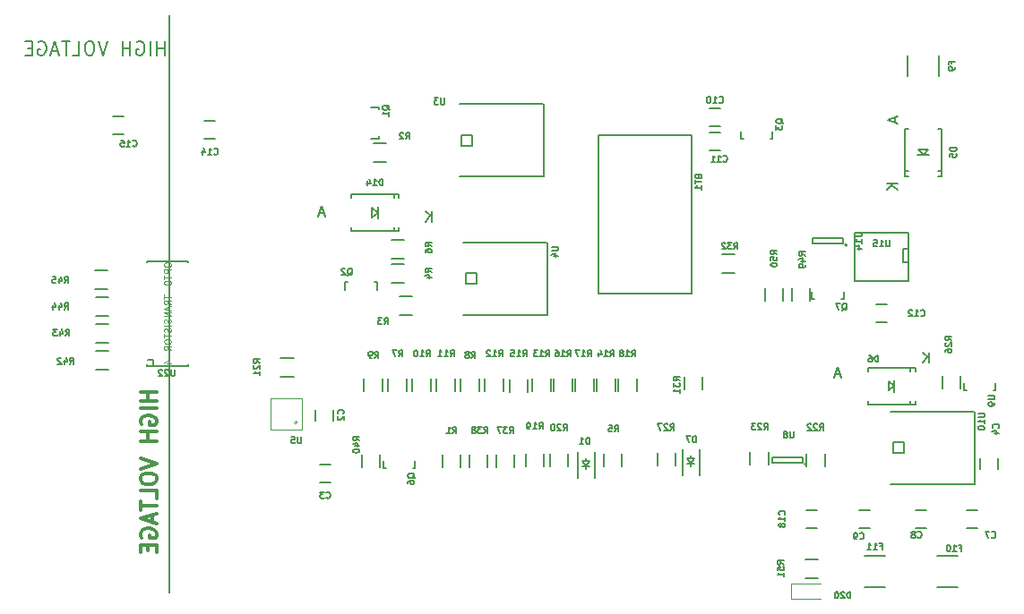
<source format=gbo>
G04 #@! TF.FileFunction,Legend,Bot*
%FSLAX46Y46*%
G04 Gerber Fmt 4.6, Leading zero omitted, Abs format (unit mm)*
G04 Created by KiCad (PCBNEW 4.0.6) date 06/03/17 00:39:33*
%MOMM*%
%LPD*%
G01*
G04 APERTURE LIST*
%ADD10C,0.100000*%
%ADD11C,0.200000*%
%ADD12C,0.300000*%
%ADD13C,0.150000*%
%ADD14C,0.050000*%
%ADD15C,0.198120*%
%ADD16C,0.120000*%
%ADD17C,0.127000*%
%ADD18C,0.101600*%
G04 APERTURE END LIST*
D10*
D11*
X59690000Y-73660000D02*
X59690000Y-128270000D01*
X59266905Y-77423095D02*
X59266905Y-76123095D01*
X59266905Y-76742143D02*
X58524048Y-76742143D01*
X58524048Y-77423095D02*
X58524048Y-76123095D01*
X57905000Y-77423095D02*
X57905000Y-76123095D01*
X56605000Y-76185000D02*
X56728809Y-76123095D01*
X56914524Y-76123095D01*
X57100238Y-76185000D01*
X57224047Y-76308810D01*
X57285952Y-76432619D01*
X57347857Y-76680238D01*
X57347857Y-76865952D01*
X57285952Y-77113571D01*
X57224047Y-77237381D01*
X57100238Y-77361190D01*
X56914524Y-77423095D01*
X56790714Y-77423095D01*
X56605000Y-77361190D01*
X56543095Y-77299286D01*
X56543095Y-76865952D01*
X56790714Y-76865952D01*
X55985952Y-77423095D02*
X55985952Y-76123095D01*
X55985952Y-76742143D02*
X55243095Y-76742143D01*
X55243095Y-77423095D02*
X55243095Y-76123095D01*
X53819285Y-76123095D02*
X53385952Y-77423095D01*
X52952619Y-76123095D01*
X52271666Y-76123095D02*
X52024047Y-76123095D01*
X51900238Y-76185000D01*
X51776428Y-76308810D01*
X51714523Y-76556429D01*
X51714523Y-76989762D01*
X51776428Y-77237381D01*
X51900238Y-77361190D01*
X52024047Y-77423095D01*
X52271666Y-77423095D01*
X52395476Y-77361190D01*
X52519285Y-77237381D01*
X52581190Y-76989762D01*
X52581190Y-76556429D01*
X52519285Y-76308810D01*
X52395476Y-76185000D01*
X52271666Y-76123095D01*
X50538333Y-77423095D02*
X51157380Y-77423095D01*
X51157380Y-76123095D01*
X50290713Y-76123095D02*
X49547856Y-76123095D01*
X49919285Y-77423095D02*
X49919285Y-76123095D01*
X49176428Y-77051667D02*
X48557380Y-77051667D01*
X49300237Y-77423095D02*
X48866904Y-76123095D01*
X48433571Y-77423095D01*
X47319285Y-76185000D02*
X47443094Y-76123095D01*
X47628809Y-76123095D01*
X47814523Y-76185000D01*
X47938332Y-76308810D01*
X48000237Y-76432619D01*
X48062142Y-76680238D01*
X48062142Y-76865952D01*
X48000237Y-77113571D01*
X47938332Y-77237381D01*
X47814523Y-77361190D01*
X47628809Y-77423095D01*
X47504999Y-77423095D01*
X47319285Y-77361190D01*
X47257380Y-77299286D01*
X47257380Y-76865952D01*
X47504999Y-76865952D01*
X46700237Y-76742143D02*
X46266904Y-76742143D01*
X46081190Y-77423095D02*
X46700237Y-77423095D01*
X46700237Y-76123095D01*
X46081190Y-76123095D01*
D12*
X58463571Y-109268571D02*
X56963571Y-109268571D01*
X57677857Y-109268571D02*
X57677857Y-110125714D01*
X58463571Y-110125714D02*
X56963571Y-110125714D01*
X58463571Y-110840000D02*
X56963571Y-110840000D01*
X57035000Y-112340000D02*
X56963571Y-112197143D01*
X56963571Y-111982857D01*
X57035000Y-111768572D01*
X57177857Y-111625714D01*
X57320714Y-111554286D01*
X57606429Y-111482857D01*
X57820714Y-111482857D01*
X58106429Y-111554286D01*
X58249286Y-111625714D01*
X58392143Y-111768572D01*
X58463571Y-111982857D01*
X58463571Y-112125714D01*
X58392143Y-112340000D01*
X58320714Y-112411429D01*
X57820714Y-112411429D01*
X57820714Y-112125714D01*
X58463571Y-113054286D02*
X56963571Y-113054286D01*
X57677857Y-113054286D02*
X57677857Y-113911429D01*
X58463571Y-113911429D02*
X56963571Y-113911429D01*
X56963571Y-115554286D02*
X58463571Y-116054286D01*
X56963571Y-116554286D01*
X56963571Y-117340000D02*
X56963571Y-117625714D01*
X57035000Y-117768572D01*
X57177857Y-117911429D01*
X57463571Y-117982857D01*
X57963571Y-117982857D01*
X58249286Y-117911429D01*
X58392143Y-117768572D01*
X58463571Y-117625714D01*
X58463571Y-117340000D01*
X58392143Y-117197143D01*
X58249286Y-117054286D01*
X57963571Y-116982857D01*
X57463571Y-116982857D01*
X57177857Y-117054286D01*
X57035000Y-117197143D01*
X56963571Y-117340000D01*
X58463571Y-119340001D02*
X58463571Y-118625715D01*
X56963571Y-118625715D01*
X56963571Y-119625715D02*
X56963571Y-120482858D01*
X58463571Y-120054287D02*
X56963571Y-120054287D01*
X58035000Y-120911429D02*
X58035000Y-121625715D01*
X58463571Y-120768572D02*
X56963571Y-121268572D01*
X58463571Y-121768572D01*
X57035000Y-123054286D02*
X56963571Y-122911429D01*
X56963571Y-122697143D01*
X57035000Y-122482858D01*
X57177857Y-122340000D01*
X57320714Y-122268572D01*
X57606429Y-122197143D01*
X57820714Y-122197143D01*
X58106429Y-122268572D01*
X58249286Y-122340000D01*
X58392143Y-122482858D01*
X58463571Y-122697143D01*
X58463571Y-122840000D01*
X58392143Y-123054286D01*
X58320714Y-123125715D01*
X57820714Y-123125715D01*
X57820714Y-122840000D01*
X57677857Y-123768572D02*
X57677857Y-124268572D01*
X58463571Y-124482858D02*
X58463571Y-123768572D01*
X56963571Y-123768572D01*
X56963571Y-124482858D01*
D13*
X100271000Y-99956000D02*
X109021000Y-99956000D01*
X109021000Y-99956000D02*
X109021000Y-84956000D01*
X109021000Y-84956000D02*
X100271000Y-84956000D01*
X100271000Y-84956000D02*
X100271000Y-99956000D01*
X132687060Y-88864440D02*
X132687060Y-84363560D01*
X129186940Y-88864440D02*
X129186940Y-84363560D01*
X132687060Y-84363560D02*
X132336540Y-84363560D01*
X132687060Y-88864440D02*
X132336540Y-88864440D01*
X129186940Y-88864440D02*
X129537460Y-88864440D01*
X129186940Y-84363560D02*
X129537460Y-84363560D01*
X132687060Y-88413140D02*
X132336540Y-88413140D01*
X129186940Y-88413140D02*
X129537460Y-88413140D01*
X131487000Y-86864000D02*
X130387000Y-86864000D01*
X130487000Y-86314000D02*
X130937000Y-86864000D01*
X131387000Y-86314000D02*
X130487000Y-86314000D01*
X130937000Y-86864000D02*
X131387000Y-86314000D01*
X75145000Y-111006000D02*
X75145000Y-112006000D01*
X73445000Y-112006000D02*
X73445000Y-111006000D01*
X73922000Y-116117000D02*
X74922000Y-116117000D01*
X74922000Y-117817000D02*
X73922000Y-117817000D01*
X138010000Y-115578000D02*
X138010000Y-116578000D01*
X136310000Y-116578000D02*
X136310000Y-115578000D01*
X136009000Y-122135000D02*
X135009000Y-122135000D01*
X135009000Y-120435000D02*
X136009000Y-120435000D01*
X130183000Y-120435000D02*
X131183000Y-120435000D01*
X131183000Y-122135000D02*
X130183000Y-122135000D01*
X110752000Y-82462000D02*
X111752000Y-82462000D01*
X111752000Y-84162000D02*
X110752000Y-84162000D01*
X110752000Y-84748000D02*
X111752000Y-84748000D01*
X111752000Y-86448000D02*
X110752000Y-86448000D01*
X126500000Y-101004000D02*
X127500000Y-101004000D01*
X127500000Y-102704000D02*
X126500000Y-102704000D01*
X63000000Y-83605000D02*
X64000000Y-83605000D01*
X64000000Y-85305000D02*
X63000000Y-85305000D01*
X54344000Y-83224000D02*
X55344000Y-83224000D01*
X55344000Y-84924000D02*
X54344000Y-84924000D01*
X99860000Y-117378000D02*
X99860000Y-114978000D01*
X98260000Y-117378000D02*
X98260000Y-114978000D01*
X99410000Y-116328000D02*
X98710000Y-116328000D01*
X98710000Y-115828000D02*
X99060000Y-116328000D01*
X99410000Y-115828000D02*
X98710000Y-115828000D01*
X99060000Y-116328000D02*
X99410000Y-115828000D01*
X99060000Y-116328000D02*
X99060000Y-116578000D01*
X99060000Y-115828000D02*
X99060000Y-115578000D01*
X109766000Y-117124000D02*
X109766000Y-114724000D01*
X108166000Y-117124000D02*
X108166000Y-114724000D01*
X109316000Y-116074000D02*
X108616000Y-116074000D01*
X108616000Y-115574000D02*
X108966000Y-116074000D01*
X109316000Y-115574000D02*
X108616000Y-115574000D01*
X108966000Y-116074000D02*
X109316000Y-115574000D01*
X108966000Y-116074000D02*
X108966000Y-116324000D01*
X108966000Y-115574000D02*
X108966000Y-115324000D01*
X132412000Y-79422500D02*
X132412000Y-77422500D01*
X129462000Y-77422500D02*
X129462000Y-79422500D01*
X134223000Y-124763000D02*
X132223000Y-124763000D01*
X132223000Y-127713000D02*
X134223000Y-127713000D01*
X79468980Y-82335380D02*
X78767940Y-82335380D01*
X79468980Y-82536040D02*
X79468980Y-82335380D01*
X79468980Y-85335020D02*
X79468980Y-85086100D01*
X78767940Y-85335020D02*
X79468980Y-85335020D01*
X76290180Y-98917760D02*
X76290180Y-99618800D01*
X76490840Y-98917760D02*
X76290180Y-98917760D01*
X79289820Y-98917760D02*
X79040900Y-98917760D01*
X79289820Y-99618800D02*
X79289820Y-98917760D01*
X116688820Y-85359240D02*
X116688820Y-84658200D01*
X116488160Y-85359240D02*
X116688820Y-85359240D01*
X113689180Y-85359240D02*
X113938100Y-85359240D01*
X113689180Y-84658200D02*
X113689180Y-85359240D01*
X82904320Y-116514880D02*
X82904320Y-115813840D01*
X82703660Y-116514880D02*
X82904320Y-116514880D01*
X79904680Y-116514880D02*
X80153600Y-116514880D01*
X79904680Y-115813840D02*
X79904680Y-116514880D01*
X87235000Y-116424000D02*
X87235000Y-115224000D01*
X85485000Y-115224000D02*
X85485000Y-116424000D01*
X80152800Y-85739000D02*
X78952800Y-85739000D01*
X78952800Y-87489000D02*
X80152800Y-87489000D01*
X81442000Y-101967000D02*
X82642000Y-101967000D01*
X82642000Y-100217000D02*
X81442000Y-100217000D01*
X81880000Y-97169000D02*
X80680000Y-97169000D01*
X80680000Y-98919000D02*
X81880000Y-98919000D01*
X102475000Y-116344000D02*
X102475000Y-115144000D01*
X100725000Y-115144000D02*
X100725000Y-116344000D01*
X81880000Y-94883000D02*
X80680000Y-94883000D01*
X80680000Y-96633000D02*
X81880000Y-96633000D01*
X80375104Y-108040202D02*
X80375104Y-109240202D01*
X82125104Y-109240202D02*
X82125104Y-108040202D01*
X87233104Y-108040202D02*
X87233104Y-109240202D01*
X88983104Y-109240202D02*
X88983104Y-108040202D01*
X78089104Y-108040202D02*
X78089104Y-109240202D01*
X79839104Y-109240202D02*
X79839104Y-108040202D01*
X82661104Y-108040202D02*
X82661104Y-109240202D01*
X84411104Y-109240202D02*
X84411104Y-108040202D01*
X84947104Y-108040202D02*
X84947104Y-109240202D01*
X86697104Y-109240202D02*
X86697104Y-108040202D01*
X89519104Y-108040202D02*
X89519104Y-109240202D01*
X91269104Y-109240202D02*
X91269104Y-108040202D01*
X93984116Y-108040202D02*
X93984116Y-109240202D01*
X95734116Y-109240202D02*
X95734116Y-108040202D01*
X100080116Y-108040202D02*
X100080116Y-109240202D01*
X101830116Y-109240202D02*
X101830116Y-108040202D01*
X91835000Y-108065000D02*
X91835000Y-109265000D01*
X93585000Y-109265000D02*
X93585000Y-108065000D01*
X96016116Y-108040202D02*
X96016116Y-109240202D01*
X97766116Y-109240202D02*
X97766116Y-108040202D01*
X98048116Y-108040202D02*
X98048116Y-109240202D01*
X99798116Y-109240202D02*
X99798116Y-108040202D01*
X102112116Y-108040202D02*
X102112116Y-109240202D01*
X103862116Y-109240202D02*
X103862116Y-108040202D01*
X93359000Y-115097000D02*
X93359000Y-116297000D01*
X95109000Y-116297000D02*
X95109000Y-115097000D01*
X97395000Y-116297000D02*
X97395000Y-115097000D01*
X95645000Y-115097000D02*
X95645000Y-116297000D01*
X71419000Y-106059000D02*
X70219000Y-106059000D01*
X70219000Y-107809000D02*
X71419000Y-107809000D01*
X121652000Y-116297000D02*
X121652000Y-115097000D01*
X119902000Y-115097000D02*
X119902000Y-116297000D01*
X116318000Y-116170000D02*
X116318000Y-114970000D01*
X114568000Y-114970000D02*
X114568000Y-116170000D01*
X134479000Y-108931000D02*
X134479000Y-107731000D01*
X132729000Y-107731000D02*
X132729000Y-108931000D01*
X107555000Y-116217000D02*
X107555000Y-115017000D01*
X105805000Y-115017000D02*
X105805000Y-116217000D01*
X108345000Y-107858000D02*
X108345000Y-109058000D01*
X110095000Y-109058000D02*
X110095000Y-107858000D01*
X111922000Y-98030000D02*
X113122000Y-98030000D01*
X113122000Y-96280000D02*
X111922000Y-96280000D01*
X90565000Y-115224000D02*
X90565000Y-116424000D01*
X92315000Y-116424000D02*
X92315000Y-115224000D01*
X88025000Y-115224000D02*
X88025000Y-116424000D01*
X89775000Y-116424000D02*
X89775000Y-115224000D01*
X79615000Y-116424000D02*
X79615000Y-115224000D01*
X77865000Y-115224000D02*
X77865000Y-116424000D01*
X53940000Y-105424000D02*
X52740000Y-105424000D01*
X52740000Y-107174000D02*
X53940000Y-107174000D01*
X53940000Y-102884000D02*
X52740000Y-102884000D01*
X52740000Y-104634000D02*
X53940000Y-104634000D01*
X53940000Y-100344000D02*
X52740000Y-100344000D01*
X52740000Y-102094000D02*
X53940000Y-102094000D01*
X53860000Y-97804000D02*
X52660000Y-97804000D01*
X52660000Y-99554000D02*
X53860000Y-99554000D01*
X94965000Y-82042000D02*
X93187000Y-82042000D01*
X95067000Y-88900000D02*
X95067000Y-82042000D01*
X87091000Y-88900000D02*
X94965000Y-88900000D01*
X93187000Y-82042000D02*
X87091000Y-82042000D01*
X88317000Y-85971000D02*
X88317000Y-84971000D01*
X88317000Y-84971000D02*
X87317000Y-84971000D01*
X87317000Y-84971000D02*
X87317000Y-85971000D01*
X87317000Y-85971000D02*
X88317000Y-85971000D01*
X95346000Y-95123000D02*
X93568000Y-95123000D01*
X95448000Y-101981000D02*
X95448000Y-95123000D01*
X87472000Y-101981000D02*
X95346000Y-101981000D01*
X93568000Y-95123000D02*
X87472000Y-95123000D01*
X88698000Y-99052000D02*
X88698000Y-98052000D01*
X88698000Y-98052000D02*
X87698000Y-98052000D01*
X87698000Y-98052000D02*
X87698000Y-99052000D01*
X87698000Y-99052000D02*
X88698000Y-99052000D01*
D14*
X69239000Y-112879000D02*
X72239000Y-112879000D01*
X69239000Y-109879000D02*
X69239000Y-112879000D01*
X72239000Y-109879000D02*
X69239000Y-109879000D01*
X72239000Y-112879000D02*
X72239000Y-109879000D01*
X71780421Y-112179000D02*
G75*
G03X71780421Y-112179000I-141421J0D01*
G01*
D13*
X119560000Y-115947000D02*
X116660000Y-115947000D01*
X116660000Y-115947000D02*
X116660000Y-115447000D01*
X116660000Y-115447000D02*
X119560000Y-115447000D01*
X119560000Y-115447000D02*
X119560000Y-115947000D01*
X119910000Y-116097000D02*
G75*
G03X119910000Y-116097000I-100000J0D01*
G01*
X137770820Y-109108240D02*
X137770820Y-108407200D01*
X137570160Y-109108240D02*
X137770820Y-109108240D01*
X134771180Y-109108240D02*
X135020100Y-109108240D01*
X134771180Y-108407200D02*
X134771180Y-109108240D01*
X135732000Y-111125000D02*
X133954000Y-111125000D01*
X135834000Y-117983000D02*
X135834000Y-111125000D01*
X127858000Y-117983000D02*
X135732000Y-117983000D01*
X133954000Y-111125000D02*
X127858000Y-111125000D01*
X129084000Y-115054000D02*
X129084000Y-114054000D01*
X129084000Y-114054000D02*
X128084000Y-114054000D01*
X128084000Y-114054000D02*
X128084000Y-115054000D01*
X128084000Y-115054000D02*
X129084000Y-115054000D01*
X123370000Y-95246000D02*
X120470000Y-95246000D01*
X120470000Y-95246000D02*
X120470000Y-94746000D01*
X120470000Y-94746000D02*
X123370000Y-94746000D01*
X123370000Y-94746000D02*
X123370000Y-95246000D01*
X123720000Y-95396000D02*
G75*
G03X123720000Y-95396000I-100000J0D01*
G01*
X129032000Y-97028000D02*
X129540000Y-97028000D01*
X129032000Y-95758000D02*
X129032000Y-97028000D01*
X129540000Y-95758000D02*
X129032000Y-95758000D01*
X129540000Y-98806000D02*
X129540000Y-94234000D01*
X124460000Y-98806000D02*
X129540000Y-98806000D01*
X124460000Y-94234000D02*
X124460000Y-98806000D01*
X129540000Y-94234000D02*
X124460000Y-94234000D01*
D15*
X58183780Y-106205020D02*
X57683400Y-106205020D01*
X58183780Y-106804460D02*
X58183780Y-106205020D01*
X61480700Y-106804460D02*
X57584340Y-106804460D01*
X57584340Y-97012760D02*
X57584340Y-96908620D01*
X57584340Y-106804460D02*
X57584340Y-106700320D01*
X61480700Y-96908620D02*
X57584340Y-96908620D01*
X61480700Y-97012760D02*
X61480700Y-96908620D01*
X61480700Y-106804460D02*
X61480700Y-106700320D01*
D13*
X130180080Y-106961940D02*
X125679200Y-106961940D01*
X130180080Y-110462060D02*
X125679200Y-110462060D01*
X125679200Y-106961940D02*
X125679200Y-107312460D01*
X130180080Y-106961940D02*
X130180080Y-107312460D01*
X130180080Y-110462060D02*
X130180080Y-110111540D01*
X125679200Y-110462060D02*
X125679200Y-110111540D01*
X129728780Y-106961940D02*
X129728780Y-107312460D01*
X129728780Y-110462060D02*
X129728780Y-110111540D01*
X128179640Y-108162000D02*
X128179640Y-109262000D01*
X127629640Y-109162000D02*
X128179640Y-108712000D01*
X127629640Y-108262000D02*
X127629640Y-109162000D01*
X128179640Y-108712000D02*
X127629640Y-108262000D01*
X81371440Y-90578940D02*
X76870560Y-90578940D01*
X81371440Y-94079060D02*
X76870560Y-94079060D01*
X76870560Y-90578940D02*
X76870560Y-90929460D01*
X81371440Y-90578940D02*
X81371440Y-90929460D01*
X81371440Y-94079060D02*
X81371440Y-93728540D01*
X76870560Y-94079060D02*
X76870560Y-93728540D01*
X80920140Y-90578940D02*
X80920140Y-90929460D01*
X80920140Y-94079060D02*
X80920140Y-93728540D01*
X79371000Y-91779000D02*
X79371000Y-92879000D01*
X78821000Y-92779000D02*
X79371000Y-92329000D01*
X78821000Y-91879000D02*
X78821000Y-92779000D01*
X79371000Y-92329000D02*
X78821000Y-91879000D01*
X123419820Y-100472240D02*
X123419820Y-99771200D01*
X123219160Y-100472240D02*
X123419820Y-100472240D01*
X120420180Y-100472240D02*
X120669100Y-100472240D01*
X120420180Y-99771200D02*
X120420180Y-100472240D01*
X120255000Y-100676000D02*
X120255000Y-99476000D01*
X118505000Y-99476000D02*
X118505000Y-100676000D01*
X115965000Y-99476000D02*
X115965000Y-100676000D01*
X117715000Y-100676000D02*
X117715000Y-99476000D01*
X124849000Y-120435000D02*
X125849000Y-120435000D01*
X125849000Y-122135000D02*
X124849000Y-122135000D01*
X119896000Y-120435000D02*
X120896000Y-120435000D01*
X120896000Y-122135000D02*
X119896000Y-122135000D01*
X127365000Y-124763000D02*
X125365000Y-124763000D01*
X125365000Y-127713000D02*
X127365000Y-127713000D01*
X119796000Y-126859000D02*
X120996000Y-126859000D01*
X120996000Y-125109000D02*
X119796000Y-125109000D01*
D16*
X118469000Y-128843000D02*
X118469000Y-127443000D01*
X118469000Y-127443000D02*
X121269000Y-127443000D01*
X118469000Y-128843000D02*
X121269000Y-128843000D01*
D17*
X109684457Y-88929029D02*
X109713486Y-89016115D01*
X109742514Y-89045143D01*
X109800571Y-89074172D01*
X109887657Y-89074172D01*
X109945714Y-89045143D01*
X109974743Y-89016115D01*
X110003771Y-88958057D01*
X110003771Y-88725829D01*
X109394171Y-88725829D01*
X109394171Y-88929029D01*
X109423200Y-88987086D01*
X109452229Y-89016115D01*
X109510286Y-89045143D01*
X109568343Y-89045143D01*
X109626400Y-89016115D01*
X109655429Y-88987086D01*
X109684457Y-88929029D01*
X109684457Y-88725829D01*
X109394171Y-89248343D02*
X109394171Y-89596686D01*
X110003771Y-89422515D02*
X109394171Y-89422515D01*
X110003771Y-90119200D02*
X110003771Y-89770857D01*
X110003771Y-89945029D02*
X109394171Y-89945029D01*
X109481257Y-89886972D01*
X109539314Y-89828914D01*
X109568343Y-89770857D01*
X134062771Y-86164058D02*
X133453171Y-86164058D01*
X133453171Y-86309201D01*
X133482200Y-86396286D01*
X133540257Y-86454344D01*
X133598314Y-86483372D01*
X133714429Y-86512401D01*
X133801514Y-86512401D01*
X133917629Y-86483372D01*
X133975686Y-86454344D01*
X134033743Y-86396286D01*
X134062771Y-86309201D01*
X134062771Y-86164058D01*
X133453171Y-87063944D02*
X133453171Y-86773658D01*
X133743457Y-86744629D01*
X133714429Y-86773658D01*
X133685400Y-86831715D01*
X133685400Y-86976858D01*
X133714429Y-87034915D01*
X133743457Y-87063944D01*
X133801514Y-87092972D01*
X133946657Y-87092972D01*
X134004714Y-87063944D01*
X134033743Y-87034915D01*
X134062771Y-86976858D01*
X134062771Y-86831715D01*
X134033743Y-86773658D01*
X134004714Y-86744629D01*
D13*
X128253667Y-83325905D02*
X128253667Y-83802096D01*
X128539381Y-83230667D02*
X127539381Y-83564000D01*
X128539381Y-83897334D01*
X128489381Y-89602095D02*
X127489381Y-89602095D01*
X128489381Y-90173524D02*
X127917952Y-89744952D01*
X127489381Y-90173524D02*
X128060810Y-89602095D01*
D17*
X76112914Y-111353601D02*
X76141943Y-111324572D01*
X76170971Y-111237486D01*
X76170971Y-111179429D01*
X76141943Y-111092344D01*
X76083886Y-111034286D01*
X76025829Y-111005258D01*
X75909714Y-110976229D01*
X75822629Y-110976229D01*
X75706514Y-111005258D01*
X75648457Y-111034286D01*
X75590400Y-111092344D01*
X75561371Y-111179429D01*
X75561371Y-111237486D01*
X75590400Y-111324572D01*
X75619429Y-111353601D01*
X75619429Y-111585829D02*
X75590400Y-111614858D01*
X75561371Y-111672915D01*
X75561371Y-111818058D01*
X75590400Y-111876115D01*
X75619429Y-111905144D01*
X75677486Y-111934172D01*
X75735543Y-111934172D01*
X75822629Y-111905144D01*
X76170971Y-111556801D01*
X76170971Y-111934172D01*
X74523599Y-119284714D02*
X74552628Y-119313743D01*
X74639714Y-119342771D01*
X74697771Y-119342771D01*
X74784856Y-119313743D01*
X74842914Y-119255686D01*
X74871942Y-119197629D01*
X74900971Y-119081514D01*
X74900971Y-118994429D01*
X74871942Y-118878314D01*
X74842914Y-118820257D01*
X74784856Y-118762200D01*
X74697771Y-118733171D01*
X74639714Y-118733171D01*
X74552628Y-118762200D01*
X74523599Y-118791229D01*
X74320399Y-118733171D02*
X73943028Y-118733171D01*
X74146228Y-118965400D01*
X74059142Y-118965400D01*
X74001085Y-118994429D01*
X73972056Y-119023457D01*
X73943028Y-119081514D01*
X73943028Y-119226657D01*
X73972056Y-119284714D01*
X74001085Y-119313743D01*
X74059142Y-119342771D01*
X74233314Y-119342771D01*
X74291371Y-119313743D01*
X74320399Y-119284714D01*
X138012714Y-112674401D02*
X138041743Y-112645372D01*
X138070771Y-112558286D01*
X138070771Y-112500229D01*
X138041743Y-112413144D01*
X137983686Y-112355086D01*
X137925629Y-112326058D01*
X137809514Y-112297029D01*
X137722429Y-112297029D01*
X137606314Y-112326058D01*
X137548257Y-112355086D01*
X137490200Y-112413144D01*
X137461171Y-112500229D01*
X137461171Y-112558286D01*
X137490200Y-112645372D01*
X137519229Y-112674401D01*
X137664371Y-113196915D02*
X138070771Y-113196915D01*
X137432143Y-113051772D02*
X137867571Y-112906629D01*
X137867571Y-113284001D01*
X137388599Y-123026714D02*
X137417628Y-123055743D01*
X137504714Y-123084771D01*
X137562771Y-123084771D01*
X137649856Y-123055743D01*
X137707914Y-122997686D01*
X137736942Y-122939629D01*
X137765971Y-122823514D01*
X137765971Y-122736429D01*
X137736942Y-122620314D01*
X137707914Y-122562257D01*
X137649856Y-122504200D01*
X137562771Y-122475171D01*
X137504714Y-122475171D01*
X137417628Y-122504200D01*
X137388599Y-122533229D01*
X137185399Y-122475171D02*
X136778999Y-122475171D01*
X137040256Y-123084771D01*
X130403599Y-123026714D02*
X130432628Y-123055743D01*
X130519714Y-123084771D01*
X130577771Y-123084771D01*
X130664856Y-123055743D01*
X130722914Y-122997686D01*
X130751942Y-122939629D01*
X130780971Y-122823514D01*
X130780971Y-122736429D01*
X130751942Y-122620314D01*
X130722914Y-122562257D01*
X130664856Y-122504200D01*
X130577771Y-122475171D01*
X130519714Y-122475171D01*
X130432628Y-122504200D01*
X130403599Y-122533229D01*
X130055256Y-122736429D02*
X130113314Y-122707400D01*
X130142342Y-122678371D01*
X130171371Y-122620314D01*
X130171371Y-122591286D01*
X130142342Y-122533229D01*
X130113314Y-122504200D01*
X130055256Y-122475171D01*
X129939142Y-122475171D01*
X129881085Y-122504200D01*
X129852056Y-122533229D01*
X129823028Y-122591286D01*
X129823028Y-122620314D01*
X129852056Y-122678371D01*
X129881085Y-122707400D01*
X129939142Y-122736429D01*
X130055256Y-122736429D01*
X130113314Y-122765457D01*
X130142342Y-122794486D01*
X130171371Y-122852543D01*
X130171371Y-122968657D01*
X130142342Y-123026714D01*
X130113314Y-123055743D01*
X130055256Y-123084771D01*
X129939142Y-123084771D01*
X129881085Y-123055743D01*
X129852056Y-123026714D01*
X129823028Y-122968657D01*
X129823028Y-122852543D01*
X129852056Y-122794486D01*
X129881085Y-122765457D01*
X129939142Y-122736429D01*
X111643885Y-81878714D02*
X111672914Y-81907743D01*
X111760000Y-81936771D01*
X111818057Y-81936771D01*
X111905142Y-81907743D01*
X111963200Y-81849686D01*
X111992228Y-81791629D01*
X112021257Y-81675514D01*
X112021257Y-81588429D01*
X111992228Y-81472314D01*
X111963200Y-81414257D01*
X111905142Y-81356200D01*
X111818057Y-81327171D01*
X111760000Y-81327171D01*
X111672914Y-81356200D01*
X111643885Y-81385229D01*
X111063314Y-81936771D02*
X111411657Y-81936771D01*
X111237485Y-81936771D02*
X111237485Y-81327171D01*
X111295542Y-81414257D01*
X111353600Y-81472314D01*
X111411657Y-81501343D01*
X110685943Y-81327171D02*
X110627886Y-81327171D01*
X110569829Y-81356200D01*
X110540800Y-81385229D01*
X110511771Y-81443286D01*
X110482743Y-81559400D01*
X110482743Y-81704543D01*
X110511771Y-81820657D01*
X110540800Y-81878714D01*
X110569829Y-81907743D01*
X110627886Y-81936771D01*
X110685943Y-81936771D01*
X110744000Y-81907743D01*
X110773029Y-81878714D01*
X110802057Y-81820657D01*
X110831086Y-81704543D01*
X110831086Y-81559400D01*
X110802057Y-81443286D01*
X110773029Y-81385229D01*
X110744000Y-81356200D01*
X110685943Y-81327171D01*
X112024885Y-87466714D02*
X112053914Y-87495743D01*
X112141000Y-87524771D01*
X112199057Y-87524771D01*
X112286142Y-87495743D01*
X112344200Y-87437686D01*
X112373228Y-87379629D01*
X112402257Y-87263514D01*
X112402257Y-87176429D01*
X112373228Y-87060314D01*
X112344200Y-87002257D01*
X112286142Y-86944200D01*
X112199057Y-86915171D01*
X112141000Y-86915171D01*
X112053914Y-86944200D01*
X112024885Y-86973229D01*
X111444314Y-87524771D02*
X111792657Y-87524771D01*
X111618485Y-87524771D02*
X111618485Y-86915171D01*
X111676542Y-87002257D01*
X111734600Y-87060314D01*
X111792657Y-87089343D01*
X110863743Y-87524771D02*
X111212086Y-87524771D01*
X111037914Y-87524771D02*
X111037914Y-86915171D01*
X111095971Y-87002257D01*
X111154029Y-87060314D01*
X111212086Y-87089343D01*
X130693885Y-102071714D02*
X130722914Y-102100743D01*
X130810000Y-102129771D01*
X130868057Y-102129771D01*
X130955142Y-102100743D01*
X131013200Y-102042686D01*
X131042228Y-101984629D01*
X131071257Y-101868514D01*
X131071257Y-101781429D01*
X131042228Y-101665314D01*
X131013200Y-101607257D01*
X130955142Y-101549200D01*
X130868057Y-101520171D01*
X130810000Y-101520171D01*
X130722914Y-101549200D01*
X130693885Y-101578229D01*
X130113314Y-102129771D02*
X130461657Y-102129771D01*
X130287485Y-102129771D02*
X130287485Y-101520171D01*
X130345542Y-101607257D01*
X130403600Y-101665314D01*
X130461657Y-101694343D01*
X129881086Y-101578229D02*
X129852057Y-101549200D01*
X129794000Y-101520171D01*
X129648857Y-101520171D01*
X129590800Y-101549200D01*
X129561771Y-101578229D01*
X129532743Y-101636286D01*
X129532743Y-101694343D01*
X129561771Y-101781429D01*
X129910114Y-102129771D01*
X129532743Y-102129771D01*
X63891885Y-86772714D02*
X63920914Y-86801743D01*
X64008000Y-86830771D01*
X64066057Y-86830771D01*
X64153142Y-86801743D01*
X64211200Y-86743686D01*
X64240228Y-86685629D01*
X64269257Y-86569514D01*
X64269257Y-86482429D01*
X64240228Y-86366314D01*
X64211200Y-86308257D01*
X64153142Y-86250200D01*
X64066057Y-86221171D01*
X64008000Y-86221171D01*
X63920914Y-86250200D01*
X63891885Y-86279229D01*
X63311314Y-86830771D02*
X63659657Y-86830771D01*
X63485485Y-86830771D02*
X63485485Y-86221171D01*
X63543542Y-86308257D01*
X63601600Y-86366314D01*
X63659657Y-86395343D01*
X62788800Y-86424371D02*
X62788800Y-86830771D01*
X62933943Y-86192143D02*
X63079086Y-86627571D01*
X62701714Y-86627571D01*
X56221085Y-86018914D02*
X56250114Y-86047943D01*
X56337200Y-86076971D01*
X56395257Y-86076971D01*
X56482342Y-86047943D01*
X56540400Y-85989886D01*
X56569428Y-85931829D01*
X56598457Y-85815714D01*
X56598457Y-85728629D01*
X56569428Y-85612514D01*
X56540400Y-85554457D01*
X56482342Y-85496400D01*
X56395257Y-85467371D01*
X56337200Y-85467371D01*
X56250114Y-85496400D01*
X56221085Y-85525429D01*
X55640514Y-86076971D02*
X55988857Y-86076971D01*
X55814685Y-86076971D02*
X55814685Y-85467371D01*
X55872742Y-85554457D01*
X55930800Y-85612514D01*
X55988857Y-85641543D01*
X55088971Y-85467371D02*
X55379257Y-85467371D01*
X55408286Y-85757657D01*
X55379257Y-85728629D01*
X55321200Y-85699600D01*
X55176057Y-85699600D01*
X55118000Y-85728629D01*
X55088971Y-85757657D01*
X55059943Y-85815714D01*
X55059943Y-85960857D01*
X55088971Y-86018914D01*
X55118000Y-86047943D01*
X55176057Y-86076971D01*
X55321200Y-86076971D01*
X55379257Y-86047943D01*
X55408286Y-86018914D01*
X99382942Y-114194771D02*
X99382942Y-113585171D01*
X99237799Y-113585171D01*
X99150714Y-113614200D01*
X99092656Y-113672257D01*
X99063628Y-113730314D01*
X99034599Y-113846429D01*
X99034599Y-113933514D01*
X99063628Y-114049629D01*
X99092656Y-114107686D01*
X99150714Y-114165743D01*
X99237799Y-114194771D01*
X99382942Y-114194771D01*
X98454028Y-114194771D02*
X98802371Y-114194771D01*
X98628199Y-114194771D02*
X98628199Y-113585171D01*
X98686256Y-113672257D01*
X98744314Y-113730314D01*
X98802371Y-113759343D01*
X109479442Y-114067771D02*
X109479442Y-113458171D01*
X109334299Y-113458171D01*
X109247214Y-113487200D01*
X109189156Y-113545257D01*
X109160128Y-113603314D01*
X109131099Y-113719429D01*
X109131099Y-113806514D01*
X109160128Y-113922629D01*
X109189156Y-113980686D01*
X109247214Y-114038743D01*
X109334299Y-114067771D01*
X109479442Y-114067771D01*
X108927899Y-113458171D02*
X108521499Y-113458171D01*
X108782756Y-114067771D01*
X133593457Y-78219301D02*
X133593457Y-78016101D01*
X133912771Y-78016101D02*
X133303171Y-78016101D01*
X133303171Y-78306387D01*
X133912771Y-78567643D02*
X133912771Y-78683758D01*
X133883743Y-78741815D01*
X133854714Y-78770843D01*
X133767629Y-78828901D01*
X133651514Y-78857929D01*
X133419286Y-78857929D01*
X133361229Y-78828901D01*
X133332200Y-78799872D01*
X133303171Y-78741815D01*
X133303171Y-78625701D01*
X133332200Y-78567643D01*
X133361229Y-78538615D01*
X133419286Y-78509586D01*
X133564429Y-78509586D01*
X133622486Y-78538615D01*
X133651514Y-78567643D01*
X133680543Y-78625701D01*
X133680543Y-78741815D01*
X133651514Y-78799872D01*
X133622486Y-78828901D01*
X133564429Y-78857929D01*
X134351485Y-124035457D02*
X134554685Y-124035457D01*
X134554685Y-124354771D02*
X134554685Y-123745171D01*
X134264399Y-123745171D01*
X133712857Y-124354771D02*
X134061200Y-124354771D01*
X133887028Y-124354771D02*
X133887028Y-123745171D01*
X133945085Y-123832257D01*
X134003143Y-123890314D01*
X134061200Y-123919343D01*
X133335486Y-123745171D02*
X133277429Y-123745171D01*
X133219372Y-123774200D01*
X133190343Y-123803229D01*
X133161314Y-123861286D01*
X133132286Y-123977400D01*
X133132286Y-124122543D01*
X133161314Y-124238657D01*
X133190343Y-124296714D01*
X133219372Y-124325743D01*
X133277429Y-124354771D01*
X133335486Y-124354771D01*
X133393543Y-124325743D01*
X133422572Y-124296714D01*
X133451600Y-124238657D01*
X133480629Y-124122543D01*
X133480629Y-123977400D01*
X133451600Y-123861286D01*
X133422572Y-123803229D01*
X133393543Y-123774200D01*
X133335486Y-123745171D01*
X80470829Y-82618943D02*
X80441800Y-82560886D01*
X80383743Y-82502829D01*
X80296657Y-82415743D01*
X80267629Y-82357686D01*
X80267629Y-82299629D01*
X80412771Y-82328657D02*
X80383743Y-82270600D01*
X80325686Y-82212543D01*
X80209571Y-82183514D01*
X80006371Y-82183514D01*
X79890257Y-82212543D01*
X79832200Y-82270600D01*
X79803171Y-82328657D01*
X79803171Y-82444771D01*
X79832200Y-82502829D01*
X79890257Y-82560886D01*
X80006371Y-82589914D01*
X80209571Y-82589914D01*
X80325686Y-82560886D01*
X80383743Y-82502829D01*
X80412771Y-82444771D01*
X80412771Y-82328657D01*
X80412771Y-83170486D02*
X80412771Y-82822143D01*
X80412771Y-82996315D02*
X79803171Y-82996315D01*
X79890257Y-82938258D01*
X79948314Y-82880200D01*
X79977343Y-82822143D01*
X76512057Y-98250829D02*
X76570114Y-98221800D01*
X76628171Y-98163743D01*
X76715257Y-98076657D01*
X76773314Y-98047629D01*
X76831371Y-98047629D01*
X76802343Y-98192771D02*
X76860400Y-98163743D01*
X76918457Y-98105686D01*
X76947486Y-97989571D01*
X76947486Y-97786371D01*
X76918457Y-97670257D01*
X76860400Y-97612200D01*
X76802343Y-97583171D01*
X76686229Y-97583171D01*
X76628171Y-97612200D01*
X76570114Y-97670257D01*
X76541086Y-97786371D01*
X76541086Y-97989571D01*
X76570114Y-98105686D01*
X76628171Y-98163743D01*
X76686229Y-98192771D01*
X76802343Y-98192771D01*
X76308857Y-97641229D02*
X76279828Y-97612200D01*
X76221771Y-97583171D01*
X76076628Y-97583171D01*
X76018571Y-97612200D01*
X75989542Y-97641229D01*
X75960514Y-97699286D01*
X75960514Y-97757343D01*
X75989542Y-97844429D01*
X76337885Y-98192771D01*
X75960514Y-98192771D01*
X117681829Y-83888943D02*
X117652800Y-83830886D01*
X117594743Y-83772829D01*
X117507657Y-83685743D01*
X117478629Y-83627686D01*
X117478629Y-83569629D01*
X117623771Y-83598657D02*
X117594743Y-83540600D01*
X117536686Y-83482543D01*
X117420571Y-83453514D01*
X117217371Y-83453514D01*
X117101257Y-83482543D01*
X117043200Y-83540600D01*
X117014171Y-83598657D01*
X117014171Y-83714771D01*
X117043200Y-83772829D01*
X117101257Y-83830886D01*
X117217371Y-83859914D01*
X117420571Y-83859914D01*
X117536686Y-83830886D01*
X117594743Y-83772829D01*
X117623771Y-83714771D01*
X117623771Y-83598657D01*
X117014171Y-84063115D02*
X117014171Y-84440486D01*
X117246400Y-84237286D01*
X117246400Y-84324372D01*
X117275429Y-84382429D01*
X117304457Y-84411458D01*
X117362514Y-84440486D01*
X117507657Y-84440486D01*
X117565714Y-84411458D01*
X117594743Y-84382429D01*
X117623771Y-84324372D01*
X117623771Y-84150200D01*
X117594743Y-84092143D01*
X117565714Y-84063115D01*
X82883829Y-117442343D02*
X82854800Y-117384286D01*
X82796743Y-117326229D01*
X82709657Y-117239143D01*
X82680629Y-117181086D01*
X82680629Y-117123029D01*
X82825771Y-117152057D02*
X82796743Y-117094000D01*
X82738686Y-117035943D01*
X82622571Y-117006914D01*
X82419371Y-117006914D01*
X82303257Y-117035943D01*
X82245200Y-117094000D01*
X82216171Y-117152057D01*
X82216171Y-117268171D01*
X82245200Y-117326229D01*
X82303257Y-117384286D01*
X82419371Y-117413314D01*
X82622571Y-117413314D01*
X82738686Y-117384286D01*
X82796743Y-117326229D01*
X82825771Y-117268171D01*
X82825771Y-117152057D01*
X82216171Y-117935829D02*
X82216171Y-117819715D01*
X82245200Y-117761658D01*
X82274229Y-117732629D01*
X82361314Y-117674572D01*
X82477429Y-117645543D01*
X82709657Y-117645543D01*
X82767714Y-117674572D01*
X82796743Y-117703600D01*
X82825771Y-117761658D01*
X82825771Y-117877772D01*
X82796743Y-117935829D01*
X82767714Y-117964858D01*
X82709657Y-117993886D01*
X82564514Y-117993886D01*
X82506457Y-117964858D01*
X82477429Y-117935829D01*
X82448400Y-117877772D01*
X82448400Y-117761658D01*
X82477429Y-117703600D01*
X82506457Y-117674572D01*
X82564514Y-117645543D01*
X86461599Y-113178771D02*
X86664799Y-112888486D01*
X86809942Y-113178771D02*
X86809942Y-112569171D01*
X86577714Y-112569171D01*
X86519656Y-112598200D01*
X86490628Y-112627229D01*
X86461599Y-112685286D01*
X86461599Y-112772371D01*
X86490628Y-112830429D01*
X86519656Y-112859457D01*
X86577714Y-112888486D01*
X86809942Y-112888486D01*
X85881028Y-113178771D02*
X86229371Y-113178771D01*
X86055199Y-113178771D02*
X86055199Y-112569171D01*
X86113256Y-112656257D01*
X86171314Y-112714314D01*
X86229371Y-112743343D01*
X82016599Y-85365771D02*
X82219799Y-85075486D01*
X82364942Y-85365771D02*
X82364942Y-84756171D01*
X82132714Y-84756171D01*
X82074656Y-84785200D01*
X82045628Y-84814229D01*
X82016599Y-84872286D01*
X82016599Y-84959371D01*
X82045628Y-85017429D01*
X82074656Y-85046457D01*
X82132714Y-85075486D01*
X82364942Y-85075486D01*
X81784371Y-84814229D02*
X81755342Y-84785200D01*
X81697285Y-84756171D01*
X81552142Y-84756171D01*
X81494085Y-84785200D01*
X81465056Y-84814229D01*
X81436028Y-84872286D01*
X81436028Y-84930343D01*
X81465056Y-85017429D01*
X81813399Y-85365771D01*
X81436028Y-85365771D01*
X79984599Y-102891771D02*
X80187799Y-102601486D01*
X80332942Y-102891771D02*
X80332942Y-102282171D01*
X80100714Y-102282171D01*
X80042656Y-102311200D01*
X80013628Y-102340229D01*
X79984599Y-102398286D01*
X79984599Y-102485371D01*
X80013628Y-102543429D01*
X80042656Y-102572457D01*
X80100714Y-102601486D01*
X80332942Y-102601486D01*
X79781399Y-102282171D02*
X79404028Y-102282171D01*
X79607228Y-102514400D01*
X79520142Y-102514400D01*
X79462085Y-102543429D01*
X79433056Y-102572457D01*
X79404028Y-102630514D01*
X79404028Y-102775657D01*
X79433056Y-102833714D01*
X79462085Y-102862743D01*
X79520142Y-102891771D01*
X79694314Y-102891771D01*
X79752371Y-102862743D01*
X79781399Y-102833714D01*
X84476771Y-97942401D02*
X84186486Y-97739201D01*
X84476771Y-97594058D02*
X83867171Y-97594058D01*
X83867171Y-97826286D01*
X83896200Y-97884344D01*
X83925229Y-97913372D01*
X83983286Y-97942401D01*
X84070371Y-97942401D01*
X84128429Y-97913372D01*
X84157457Y-97884344D01*
X84186486Y-97826286D01*
X84186486Y-97594058D01*
X84070371Y-98464915D02*
X84476771Y-98464915D01*
X83838143Y-98319772D02*
X84273571Y-98174629D01*
X84273571Y-98552001D01*
X101765099Y-113051771D02*
X101968299Y-112761486D01*
X102113442Y-113051771D02*
X102113442Y-112442171D01*
X101881214Y-112442171D01*
X101823156Y-112471200D01*
X101794128Y-112500229D01*
X101765099Y-112558286D01*
X101765099Y-112645371D01*
X101794128Y-112703429D01*
X101823156Y-112732457D01*
X101881214Y-112761486D01*
X102113442Y-112761486D01*
X101213556Y-112442171D02*
X101503842Y-112442171D01*
X101532871Y-112732457D01*
X101503842Y-112703429D01*
X101445785Y-112674400D01*
X101300642Y-112674400D01*
X101242585Y-112703429D01*
X101213556Y-112732457D01*
X101184528Y-112790514D01*
X101184528Y-112935657D01*
X101213556Y-112993714D01*
X101242585Y-113022743D01*
X101300642Y-113051771D01*
X101445785Y-113051771D01*
X101503842Y-113022743D01*
X101532871Y-112993714D01*
X84476771Y-95529401D02*
X84186486Y-95326201D01*
X84476771Y-95181058D02*
X83867171Y-95181058D01*
X83867171Y-95413286D01*
X83896200Y-95471344D01*
X83925229Y-95500372D01*
X83983286Y-95529401D01*
X84070371Y-95529401D01*
X84128429Y-95500372D01*
X84157457Y-95471344D01*
X84186486Y-95413286D01*
X84186486Y-95181058D01*
X83867171Y-96051915D02*
X83867171Y-95935801D01*
X83896200Y-95877744D01*
X83925229Y-95848715D01*
X84012314Y-95790658D01*
X84128429Y-95761629D01*
X84360657Y-95761629D01*
X84418714Y-95790658D01*
X84447743Y-95819686D01*
X84476771Y-95877744D01*
X84476771Y-95993858D01*
X84447743Y-96051915D01*
X84418714Y-96080944D01*
X84360657Y-96109972D01*
X84215514Y-96109972D01*
X84157457Y-96080944D01*
X84128429Y-96051915D01*
X84099400Y-95993858D01*
X84099400Y-95877744D01*
X84128429Y-95819686D01*
X84157457Y-95790658D01*
X84215514Y-95761629D01*
X81381599Y-105939771D02*
X81584799Y-105649486D01*
X81729942Y-105939771D02*
X81729942Y-105330171D01*
X81497714Y-105330171D01*
X81439656Y-105359200D01*
X81410628Y-105388229D01*
X81381599Y-105446286D01*
X81381599Y-105533371D01*
X81410628Y-105591429D01*
X81439656Y-105620457D01*
X81497714Y-105649486D01*
X81729942Y-105649486D01*
X81178399Y-105330171D02*
X80771999Y-105330171D01*
X81033256Y-105939771D01*
X88239599Y-106066771D02*
X88442799Y-105776486D01*
X88587942Y-106066771D02*
X88587942Y-105457171D01*
X88355714Y-105457171D01*
X88297656Y-105486200D01*
X88268628Y-105515229D01*
X88239599Y-105573286D01*
X88239599Y-105660371D01*
X88268628Y-105718429D01*
X88297656Y-105747457D01*
X88355714Y-105776486D01*
X88587942Y-105776486D01*
X87891256Y-105718429D02*
X87949314Y-105689400D01*
X87978342Y-105660371D01*
X88007371Y-105602314D01*
X88007371Y-105573286D01*
X87978342Y-105515229D01*
X87949314Y-105486200D01*
X87891256Y-105457171D01*
X87775142Y-105457171D01*
X87717085Y-105486200D01*
X87688056Y-105515229D01*
X87659028Y-105573286D01*
X87659028Y-105602314D01*
X87688056Y-105660371D01*
X87717085Y-105689400D01*
X87775142Y-105718429D01*
X87891256Y-105718429D01*
X87949314Y-105747457D01*
X87978342Y-105776486D01*
X88007371Y-105834543D01*
X88007371Y-105950657D01*
X87978342Y-106008714D01*
X87949314Y-106037743D01*
X87891256Y-106066771D01*
X87775142Y-106066771D01*
X87717085Y-106037743D01*
X87688056Y-106008714D01*
X87659028Y-105950657D01*
X87659028Y-105834543D01*
X87688056Y-105776486D01*
X87717085Y-105747457D01*
X87775142Y-105718429D01*
X79095599Y-106066771D02*
X79298799Y-105776486D01*
X79443942Y-106066771D02*
X79443942Y-105457171D01*
X79211714Y-105457171D01*
X79153656Y-105486200D01*
X79124628Y-105515229D01*
X79095599Y-105573286D01*
X79095599Y-105660371D01*
X79124628Y-105718429D01*
X79153656Y-105747457D01*
X79211714Y-105776486D01*
X79443942Y-105776486D01*
X78805314Y-106066771D02*
X78689199Y-106066771D01*
X78631142Y-106037743D01*
X78602114Y-106008714D01*
X78544056Y-105921629D01*
X78515028Y-105805514D01*
X78515028Y-105573286D01*
X78544056Y-105515229D01*
X78573085Y-105486200D01*
X78631142Y-105457171D01*
X78747256Y-105457171D01*
X78805314Y-105486200D01*
X78834342Y-105515229D01*
X78863371Y-105573286D01*
X78863371Y-105718429D01*
X78834342Y-105776486D01*
X78805314Y-105805514D01*
X78747256Y-105834543D01*
X78631142Y-105834543D01*
X78573085Y-105805514D01*
X78544056Y-105776486D01*
X78515028Y-105718429D01*
X83957885Y-105939771D02*
X84161085Y-105649486D01*
X84306228Y-105939771D02*
X84306228Y-105330171D01*
X84074000Y-105330171D01*
X84015942Y-105359200D01*
X83986914Y-105388229D01*
X83957885Y-105446286D01*
X83957885Y-105533371D01*
X83986914Y-105591429D01*
X84015942Y-105620457D01*
X84074000Y-105649486D01*
X84306228Y-105649486D01*
X83377314Y-105939771D02*
X83725657Y-105939771D01*
X83551485Y-105939771D02*
X83551485Y-105330171D01*
X83609542Y-105417257D01*
X83667600Y-105475314D01*
X83725657Y-105504343D01*
X82999943Y-105330171D02*
X82941886Y-105330171D01*
X82883829Y-105359200D01*
X82854800Y-105388229D01*
X82825771Y-105446286D01*
X82796743Y-105562400D01*
X82796743Y-105707543D01*
X82825771Y-105823657D01*
X82854800Y-105881714D01*
X82883829Y-105910743D01*
X82941886Y-105939771D01*
X82999943Y-105939771D01*
X83058000Y-105910743D01*
X83087029Y-105881714D01*
X83116057Y-105823657D01*
X83145086Y-105707543D01*
X83145086Y-105562400D01*
X83116057Y-105446286D01*
X83087029Y-105388229D01*
X83058000Y-105359200D01*
X82999943Y-105330171D01*
X86243885Y-105939771D02*
X86447085Y-105649486D01*
X86592228Y-105939771D02*
X86592228Y-105330171D01*
X86360000Y-105330171D01*
X86301942Y-105359200D01*
X86272914Y-105388229D01*
X86243885Y-105446286D01*
X86243885Y-105533371D01*
X86272914Y-105591429D01*
X86301942Y-105620457D01*
X86360000Y-105649486D01*
X86592228Y-105649486D01*
X85663314Y-105939771D02*
X86011657Y-105939771D01*
X85837485Y-105939771D02*
X85837485Y-105330171D01*
X85895542Y-105417257D01*
X85953600Y-105475314D01*
X86011657Y-105504343D01*
X85082743Y-105939771D02*
X85431086Y-105939771D01*
X85256914Y-105939771D02*
X85256914Y-105330171D01*
X85314971Y-105417257D01*
X85373029Y-105475314D01*
X85431086Y-105504343D01*
X90815885Y-105939771D02*
X91019085Y-105649486D01*
X91164228Y-105939771D02*
X91164228Y-105330171D01*
X90932000Y-105330171D01*
X90873942Y-105359200D01*
X90844914Y-105388229D01*
X90815885Y-105446286D01*
X90815885Y-105533371D01*
X90844914Y-105591429D01*
X90873942Y-105620457D01*
X90932000Y-105649486D01*
X91164228Y-105649486D01*
X90235314Y-105939771D02*
X90583657Y-105939771D01*
X90409485Y-105939771D02*
X90409485Y-105330171D01*
X90467542Y-105417257D01*
X90525600Y-105475314D01*
X90583657Y-105504343D01*
X90003086Y-105388229D02*
X89974057Y-105359200D01*
X89916000Y-105330171D01*
X89770857Y-105330171D01*
X89712800Y-105359200D01*
X89683771Y-105388229D01*
X89654743Y-105446286D01*
X89654743Y-105504343D01*
X89683771Y-105591429D01*
X90032114Y-105939771D01*
X89654743Y-105939771D01*
X95260885Y-105939771D02*
X95464085Y-105649486D01*
X95609228Y-105939771D02*
X95609228Y-105330171D01*
X95377000Y-105330171D01*
X95318942Y-105359200D01*
X95289914Y-105388229D01*
X95260885Y-105446286D01*
X95260885Y-105533371D01*
X95289914Y-105591429D01*
X95318942Y-105620457D01*
X95377000Y-105649486D01*
X95609228Y-105649486D01*
X94680314Y-105939771D02*
X95028657Y-105939771D01*
X94854485Y-105939771D02*
X94854485Y-105330171D01*
X94912542Y-105417257D01*
X94970600Y-105475314D01*
X95028657Y-105504343D01*
X94477114Y-105330171D02*
X94099743Y-105330171D01*
X94302943Y-105562400D01*
X94215857Y-105562400D01*
X94157800Y-105591429D01*
X94128771Y-105620457D01*
X94099743Y-105678514D01*
X94099743Y-105823657D01*
X94128771Y-105881714D01*
X94157800Y-105910743D01*
X94215857Y-105939771D01*
X94390029Y-105939771D01*
X94448086Y-105910743D01*
X94477114Y-105881714D01*
X101356885Y-105939771D02*
X101560085Y-105649486D01*
X101705228Y-105939771D02*
X101705228Y-105330171D01*
X101473000Y-105330171D01*
X101414942Y-105359200D01*
X101385914Y-105388229D01*
X101356885Y-105446286D01*
X101356885Y-105533371D01*
X101385914Y-105591429D01*
X101414942Y-105620457D01*
X101473000Y-105649486D01*
X101705228Y-105649486D01*
X100776314Y-105939771D02*
X101124657Y-105939771D01*
X100950485Y-105939771D02*
X100950485Y-105330171D01*
X101008542Y-105417257D01*
X101066600Y-105475314D01*
X101124657Y-105504343D01*
X100253800Y-105533371D02*
X100253800Y-105939771D01*
X100398943Y-105301143D02*
X100544086Y-105736571D01*
X100166714Y-105736571D01*
X93101885Y-105939771D02*
X93305085Y-105649486D01*
X93450228Y-105939771D02*
X93450228Y-105330171D01*
X93218000Y-105330171D01*
X93159942Y-105359200D01*
X93130914Y-105388229D01*
X93101885Y-105446286D01*
X93101885Y-105533371D01*
X93130914Y-105591429D01*
X93159942Y-105620457D01*
X93218000Y-105649486D01*
X93450228Y-105649486D01*
X92521314Y-105939771D02*
X92869657Y-105939771D01*
X92695485Y-105939771D02*
X92695485Y-105330171D01*
X92753542Y-105417257D01*
X92811600Y-105475314D01*
X92869657Y-105504343D01*
X91969771Y-105330171D02*
X92260057Y-105330171D01*
X92289086Y-105620457D01*
X92260057Y-105591429D01*
X92202000Y-105562400D01*
X92056857Y-105562400D01*
X91998800Y-105591429D01*
X91969771Y-105620457D01*
X91940743Y-105678514D01*
X91940743Y-105823657D01*
X91969771Y-105881714D01*
X91998800Y-105910743D01*
X92056857Y-105939771D01*
X92202000Y-105939771D01*
X92260057Y-105910743D01*
X92289086Y-105881714D01*
X97292885Y-105939771D02*
X97496085Y-105649486D01*
X97641228Y-105939771D02*
X97641228Y-105330171D01*
X97409000Y-105330171D01*
X97350942Y-105359200D01*
X97321914Y-105388229D01*
X97292885Y-105446286D01*
X97292885Y-105533371D01*
X97321914Y-105591429D01*
X97350942Y-105620457D01*
X97409000Y-105649486D01*
X97641228Y-105649486D01*
X96712314Y-105939771D02*
X97060657Y-105939771D01*
X96886485Y-105939771D02*
X96886485Y-105330171D01*
X96944542Y-105417257D01*
X97002600Y-105475314D01*
X97060657Y-105504343D01*
X96189800Y-105330171D02*
X96305914Y-105330171D01*
X96363971Y-105359200D01*
X96393000Y-105388229D01*
X96451057Y-105475314D01*
X96480086Y-105591429D01*
X96480086Y-105823657D01*
X96451057Y-105881714D01*
X96422029Y-105910743D01*
X96363971Y-105939771D01*
X96247857Y-105939771D01*
X96189800Y-105910743D01*
X96160771Y-105881714D01*
X96131743Y-105823657D01*
X96131743Y-105678514D01*
X96160771Y-105620457D01*
X96189800Y-105591429D01*
X96247857Y-105562400D01*
X96363971Y-105562400D01*
X96422029Y-105591429D01*
X96451057Y-105620457D01*
X96480086Y-105678514D01*
X99197885Y-105939771D02*
X99401085Y-105649486D01*
X99546228Y-105939771D02*
X99546228Y-105330171D01*
X99314000Y-105330171D01*
X99255942Y-105359200D01*
X99226914Y-105388229D01*
X99197885Y-105446286D01*
X99197885Y-105533371D01*
X99226914Y-105591429D01*
X99255942Y-105620457D01*
X99314000Y-105649486D01*
X99546228Y-105649486D01*
X98617314Y-105939771D02*
X98965657Y-105939771D01*
X98791485Y-105939771D02*
X98791485Y-105330171D01*
X98849542Y-105417257D01*
X98907600Y-105475314D01*
X98965657Y-105504343D01*
X98414114Y-105330171D02*
X98007714Y-105330171D01*
X98268971Y-105939771D01*
X103388885Y-105939771D02*
X103592085Y-105649486D01*
X103737228Y-105939771D02*
X103737228Y-105330171D01*
X103505000Y-105330171D01*
X103446942Y-105359200D01*
X103417914Y-105388229D01*
X103388885Y-105446286D01*
X103388885Y-105533371D01*
X103417914Y-105591429D01*
X103446942Y-105620457D01*
X103505000Y-105649486D01*
X103737228Y-105649486D01*
X102808314Y-105939771D02*
X103156657Y-105939771D01*
X102982485Y-105939771D02*
X102982485Y-105330171D01*
X103040542Y-105417257D01*
X103098600Y-105475314D01*
X103156657Y-105504343D01*
X102459971Y-105591429D02*
X102518029Y-105562400D01*
X102547057Y-105533371D01*
X102576086Y-105475314D01*
X102576086Y-105446286D01*
X102547057Y-105388229D01*
X102518029Y-105359200D01*
X102459971Y-105330171D01*
X102343857Y-105330171D01*
X102285800Y-105359200D01*
X102256771Y-105388229D01*
X102227743Y-105446286D01*
X102227743Y-105475314D01*
X102256771Y-105533371D01*
X102285800Y-105562400D01*
X102343857Y-105591429D01*
X102459971Y-105591429D01*
X102518029Y-105620457D01*
X102547057Y-105649486D01*
X102576086Y-105707543D01*
X102576086Y-105823657D01*
X102547057Y-105881714D01*
X102518029Y-105910743D01*
X102459971Y-105939771D01*
X102343857Y-105939771D01*
X102285800Y-105910743D01*
X102256771Y-105881714D01*
X102227743Y-105823657D01*
X102227743Y-105707543D01*
X102256771Y-105649486D01*
X102285800Y-105620457D01*
X102343857Y-105591429D01*
X94625885Y-112797771D02*
X94829085Y-112507486D01*
X94974228Y-112797771D02*
X94974228Y-112188171D01*
X94742000Y-112188171D01*
X94683942Y-112217200D01*
X94654914Y-112246229D01*
X94625885Y-112304286D01*
X94625885Y-112391371D01*
X94654914Y-112449429D01*
X94683942Y-112478457D01*
X94742000Y-112507486D01*
X94974228Y-112507486D01*
X94045314Y-112797771D02*
X94393657Y-112797771D01*
X94219485Y-112797771D02*
X94219485Y-112188171D01*
X94277542Y-112275257D01*
X94335600Y-112333314D01*
X94393657Y-112362343D01*
X93755029Y-112797771D02*
X93638914Y-112797771D01*
X93580857Y-112768743D01*
X93551829Y-112739714D01*
X93493771Y-112652629D01*
X93464743Y-112536514D01*
X93464743Y-112304286D01*
X93493771Y-112246229D01*
X93522800Y-112217200D01*
X93580857Y-112188171D01*
X93696971Y-112188171D01*
X93755029Y-112217200D01*
X93784057Y-112246229D01*
X93813086Y-112304286D01*
X93813086Y-112449429D01*
X93784057Y-112507486D01*
X93755029Y-112536514D01*
X93696971Y-112565543D01*
X93580857Y-112565543D01*
X93522800Y-112536514D01*
X93493771Y-112507486D01*
X93464743Y-112449429D01*
X96911885Y-112924771D02*
X97115085Y-112634486D01*
X97260228Y-112924771D02*
X97260228Y-112315171D01*
X97028000Y-112315171D01*
X96969942Y-112344200D01*
X96940914Y-112373229D01*
X96911885Y-112431286D01*
X96911885Y-112518371D01*
X96940914Y-112576429D01*
X96969942Y-112605457D01*
X97028000Y-112634486D01*
X97260228Y-112634486D01*
X96679657Y-112373229D02*
X96650628Y-112344200D01*
X96592571Y-112315171D01*
X96447428Y-112315171D01*
X96389371Y-112344200D01*
X96360342Y-112373229D01*
X96331314Y-112431286D01*
X96331314Y-112489343D01*
X96360342Y-112576429D01*
X96708685Y-112924771D01*
X96331314Y-112924771D01*
X95953943Y-112315171D02*
X95895886Y-112315171D01*
X95837829Y-112344200D01*
X95808800Y-112373229D01*
X95779771Y-112431286D01*
X95750743Y-112547400D01*
X95750743Y-112692543D01*
X95779771Y-112808657D01*
X95808800Y-112866714D01*
X95837829Y-112895743D01*
X95895886Y-112924771D01*
X95953943Y-112924771D01*
X96012000Y-112895743D01*
X96041029Y-112866714D01*
X96070057Y-112808657D01*
X96099086Y-112692543D01*
X96099086Y-112547400D01*
X96070057Y-112431286D01*
X96041029Y-112373229D01*
X96012000Y-112344200D01*
X95953943Y-112315171D01*
X68246171Y-106542115D02*
X67955886Y-106338915D01*
X68246171Y-106193772D02*
X67636571Y-106193772D01*
X67636571Y-106426000D01*
X67665600Y-106484058D01*
X67694629Y-106513086D01*
X67752686Y-106542115D01*
X67839771Y-106542115D01*
X67897829Y-106513086D01*
X67926857Y-106484058D01*
X67955886Y-106426000D01*
X67955886Y-106193772D01*
X67694629Y-106774343D02*
X67665600Y-106803372D01*
X67636571Y-106861429D01*
X67636571Y-107006572D01*
X67665600Y-107064629D01*
X67694629Y-107093658D01*
X67752686Y-107122686D01*
X67810743Y-107122686D01*
X67897829Y-107093658D01*
X68246171Y-106745315D01*
X68246171Y-107122686D01*
X68246171Y-107703257D02*
X68246171Y-107354914D01*
X68246171Y-107529086D02*
X67636571Y-107529086D01*
X67723657Y-107471029D01*
X67781714Y-107412971D01*
X67810743Y-107354914D01*
X121143485Y-112899371D02*
X121346685Y-112609086D01*
X121491828Y-112899371D02*
X121491828Y-112289771D01*
X121259600Y-112289771D01*
X121201542Y-112318800D01*
X121172514Y-112347829D01*
X121143485Y-112405886D01*
X121143485Y-112492971D01*
X121172514Y-112551029D01*
X121201542Y-112580057D01*
X121259600Y-112609086D01*
X121491828Y-112609086D01*
X120911257Y-112347829D02*
X120882228Y-112318800D01*
X120824171Y-112289771D01*
X120679028Y-112289771D01*
X120620971Y-112318800D01*
X120591942Y-112347829D01*
X120562914Y-112405886D01*
X120562914Y-112463943D01*
X120591942Y-112551029D01*
X120940285Y-112899371D01*
X120562914Y-112899371D01*
X120330686Y-112347829D02*
X120301657Y-112318800D01*
X120243600Y-112289771D01*
X120098457Y-112289771D01*
X120040400Y-112318800D01*
X120011371Y-112347829D01*
X119982343Y-112405886D01*
X119982343Y-112463943D01*
X120011371Y-112551029D01*
X120359714Y-112899371D01*
X119982343Y-112899371D01*
X115860285Y-112848571D02*
X116063485Y-112558286D01*
X116208628Y-112848571D02*
X116208628Y-112238971D01*
X115976400Y-112238971D01*
X115918342Y-112268000D01*
X115889314Y-112297029D01*
X115860285Y-112355086D01*
X115860285Y-112442171D01*
X115889314Y-112500229D01*
X115918342Y-112529257D01*
X115976400Y-112558286D01*
X116208628Y-112558286D01*
X115628057Y-112297029D02*
X115599028Y-112268000D01*
X115540971Y-112238971D01*
X115395828Y-112238971D01*
X115337771Y-112268000D01*
X115308742Y-112297029D01*
X115279714Y-112355086D01*
X115279714Y-112413143D01*
X115308742Y-112500229D01*
X115657085Y-112848571D01*
X115279714Y-112848571D01*
X115076514Y-112238971D02*
X114699143Y-112238971D01*
X114902343Y-112471200D01*
X114815257Y-112471200D01*
X114757200Y-112500229D01*
X114728171Y-112529257D01*
X114699143Y-112587314D01*
X114699143Y-112732457D01*
X114728171Y-112790514D01*
X114757200Y-112819543D01*
X114815257Y-112848571D01*
X114989429Y-112848571D01*
X115047486Y-112819543D01*
X115076514Y-112790514D01*
X133625771Y-104383115D02*
X133335486Y-104179915D01*
X133625771Y-104034772D02*
X133016171Y-104034772D01*
X133016171Y-104267000D01*
X133045200Y-104325058D01*
X133074229Y-104354086D01*
X133132286Y-104383115D01*
X133219371Y-104383115D01*
X133277429Y-104354086D01*
X133306457Y-104325058D01*
X133335486Y-104267000D01*
X133335486Y-104034772D01*
X133074229Y-104615343D02*
X133045200Y-104644372D01*
X133016171Y-104702429D01*
X133016171Y-104847572D01*
X133045200Y-104905629D01*
X133074229Y-104934658D01*
X133132286Y-104963686D01*
X133190343Y-104963686D01*
X133277429Y-104934658D01*
X133625771Y-104586315D01*
X133625771Y-104963686D01*
X133016171Y-105486200D02*
X133016171Y-105370086D01*
X133045200Y-105312029D01*
X133074229Y-105283000D01*
X133161314Y-105224943D01*
X133277429Y-105195914D01*
X133509657Y-105195914D01*
X133567714Y-105224943D01*
X133596743Y-105253971D01*
X133625771Y-105312029D01*
X133625771Y-105428143D01*
X133596743Y-105486200D01*
X133567714Y-105515229D01*
X133509657Y-105544257D01*
X133364514Y-105544257D01*
X133306457Y-105515229D01*
X133277429Y-105486200D01*
X133248400Y-105428143D01*
X133248400Y-105312029D01*
X133277429Y-105253971D01*
X133306457Y-105224943D01*
X133364514Y-105195914D01*
X107021085Y-112899371D02*
X107224285Y-112609086D01*
X107369428Y-112899371D02*
X107369428Y-112289771D01*
X107137200Y-112289771D01*
X107079142Y-112318800D01*
X107050114Y-112347829D01*
X107021085Y-112405886D01*
X107021085Y-112492971D01*
X107050114Y-112551029D01*
X107079142Y-112580057D01*
X107137200Y-112609086D01*
X107369428Y-112609086D01*
X106788857Y-112347829D02*
X106759828Y-112318800D01*
X106701771Y-112289771D01*
X106556628Y-112289771D01*
X106498571Y-112318800D01*
X106469542Y-112347829D01*
X106440514Y-112405886D01*
X106440514Y-112463943D01*
X106469542Y-112551029D01*
X106817885Y-112899371D01*
X106440514Y-112899371D01*
X106237314Y-112289771D02*
X105830914Y-112289771D01*
X106092171Y-112899371D01*
X107920971Y-108218515D02*
X107630686Y-108015315D01*
X107920971Y-107870172D02*
X107311371Y-107870172D01*
X107311371Y-108102400D01*
X107340400Y-108160458D01*
X107369429Y-108189486D01*
X107427486Y-108218515D01*
X107514571Y-108218515D01*
X107572629Y-108189486D01*
X107601657Y-108160458D01*
X107630686Y-108102400D01*
X107630686Y-107870172D01*
X107311371Y-108421715D02*
X107311371Y-108799086D01*
X107543600Y-108595886D01*
X107543600Y-108682972D01*
X107572629Y-108741029D01*
X107601657Y-108770058D01*
X107659714Y-108799086D01*
X107804857Y-108799086D01*
X107862914Y-108770058D01*
X107891943Y-108741029D01*
X107920971Y-108682972D01*
X107920971Y-108508800D01*
X107891943Y-108450743D01*
X107862914Y-108421715D01*
X107920971Y-109379657D02*
X107920971Y-109031314D01*
X107920971Y-109205486D02*
X107311371Y-109205486D01*
X107398457Y-109147429D01*
X107456514Y-109089371D01*
X107485543Y-109031314D01*
X113040885Y-95779771D02*
X113244085Y-95489486D01*
X113389228Y-95779771D02*
X113389228Y-95170171D01*
X113157000Y-95170171D01*
X113098942Y-95199200D01*
X113069914Y-95228229D01*
X113040885Y-95286286D01*
X113040885Y-95373371D01*
X113069914Y-95431429D01*
X113098942Y-95460457D01*
X113157000Y-95489486D01*
X113389228Y-95489486D01*
X112837685Y-95170171D02*
X112460314Y-95170171D01*
X112663514Y-95402400D01*
X112576428Y-95402400D01*
X112518371Y-95431429D01*
X112489342Y-95460457D01*
X112460314Y-95518514D01*
X112460314Y-95663657D01*
X112489342Y-95721714D01*
X112518371Y-95750743D01*
X112576428Y-95779771D01*
X112750600Y-95779771D01*
X112808657Y-95750743D01*
X112837685Y-95721714D01*
X112228086Y-95228229D02*
X112199057Y-95199200D01*
X112141000Y-95170171D01*
X111995857Y-95170171D01*
X111937800Y-95199200D01*
X111908771Y-95228229D01*
X111879743Y-95286286D01*
X111879743Y-95344343D01*
X111908771Y-95431429D01*
X112257114Y-95779771D01*
X111879743Y-95779771D01*
X91831885Y-113178771D02*
X92035085Y-112888486D01*
X92180228Y-113178771D02*
X92180228Y-112569171D01*
X91948000Y-112569171D01*
X91889942Y-112598200D01*
X91860914Y-112627229D01*
X91831885Y-112685286D01*
X91831885Y-112772371D01*
X91860914Y-112830429D01*
X91889942Y-112859457D01*
X91948000Y-112888486D01*
X92180228Y-112888486D01*
X91628685Y-112569171D02*
X91251314Y-112569171D01*
X91454514Y-112801400D01*
X91367428Y-112801400D01*
X91309371Y-112830429D01*
X91280342Y-112859457D01*
X91251314Y-112917514D01*
X91251314Y-113062657D01*
X91280342Y-113120714D01*
X91309371Y-113149743D01*
X91367428Y-113178771D01*
X91541600Y-113178771D01*
X91599657Y-113149743D01*
X91628685Y-113120714D01*
X91048114Y-112569171D02*
X90641714Y-112569171D01*
X90902971Y-113178771D01*
X89418885Y-113178771D02*
X89622085Y-112888486D01*
X89767228Y-113178771D02*
X89767228Y-112569171D01*
X89535000Y-112569171D01*
X89476942Y-112598200D01*
X89447914Y-112627229D01*
X89418885Y-112685286D01*
X89418885Y-112772371D01*
X89447914Y-112830429D01*
X89476942Y-112859457D01*
X89535000Y-112888486D01*
X89767228Y-112888486D01*
X89215685Y-112569171D02*
X88838314Y-112569171D01*
X89041514Y-112801400D01*
X88954428Y-112801400D01*
X88896371Y-112830429D01*
X88867342Y-112859457D01*
X88838314Y-112917514D01*
X88838314Y-113062657D01*
X88867342Y-113120714D01*
X88896371Y-113149743D01*
X88954428Y-113178771D01*
X89128600Y-113178771D01*
X89186657Y-113149743D01*
X89215685Y-113120714D01*
X88489971Y-112830429D02*
X88548029Y-112801400D01*
X88577057Y-112772371D01*
X88606086Y-112714314D01*
X88606086Y-112685286D01*
X88577057Y-112627229D01*
X88548029Y-112598200D01*
X88489971Y-112569171D01*
X88373857Y-112569171D01*
X88315800Y-112598200D01*
X88286771Y-112627229D01*
X88257743Y-112685286D01*
X88257743Y-112714314D01*
X88286771Y-112772371D01*
X88315800Y-112801400D01*
X88373857Y-112830429D01*
X88489971Y-112830429D01*
X88548029Y-112859457D01*
X88577057Y-112888486D01*
X88606086Y-112946543D01*
X88606086Y-113062657D01*
X88577057Y-113120714D01*
X88548029Y-113149743D01*
X88489971Y-113178771D01*
X88373857Y-113178771D01*
X88315800Y-113149743D01*
X88286771Y-113120714D01*
X88257743Y-113062657D01*
X88257743Y-112946543D01*
X88286771Y-112888486D01*
X88315800Y-112859457D01*
X88373857Y-112830429D01*
X77644171Y-113857315D02*
X77353886Y-113654115D01*
X77644171Y-113508972D02*
X77034571Y-113508972D01*
X77034571Y-113741200D01*
X77063600Y-113799258D01*
X77092629Y-113828286D01*
X77150686Y-113857315D01*
X77237771Y-113857315D01*
X77295829Y-113828286D01*
X77324857Y-113799258D01*
X77353886Y-113741200D01*
X77353886Y-113508972D01*
X77237771Y-114379829D02*
X77644171Y-114379829D01*
X77005543Y-114234686D02*
X77440971Y-114089543D01*
X77440971Y-114466915D01*
X77034571Y-114815257D02*
X77034571Y-114873314D01*
X77063600Y-114931371D01*
X77092629Y-114960400D01*
X77150686Y-114989429D01*
X77266800Y-115018457D01*
X77411943Y-115018457D01*
X77528057Y-114989429D01*
X77586114Y-114960400D01*
X77615143Y-114931371D01*
X77644171Y-114873314D01*
X77644171Y-114815257D01*
X77615143Y-114757200D01*
X77586114Y-114728171D01*
X77528057Y-114699143D01*
X77411943Y-114670114D01*
X77266800Y-114670114D01*
X77150686Y-114699143D01*
X77092629Y-114728171D01*
X77063600Y-114757200D01*
X77034571Y-114815257D01*
X50277485Y-106650971D02*
X50480685Y-106360686D01*
X50625828Y-106650971D02*
X50625828Y-106041371D01*
X50393600Y-106041371D01*
X50335542Y-106070400D01*
X50306514Y-106099429D01*
X50277485Y-106157486D01*
X50277485Y-106244571D01*
X50306514Y-106302629D01*
X50335542Y-106331657D01*
X50393600Y-106360686D01*
X50625828Y-106360686D01*
X49754971Y-106244571D02*
X49754971Y-106650971D01*
X49900114Y-106012343D02*
X50045257Y-106447771D01*
X49667885Y-106447771D01*
X49464686Y-106099429D02*
X49435657Y-106070400D01*
X49377600Y-106041371D01*
X49232457Y-106041371D01*
X49174400Y-106070400D01*
X49145371Y-106099429D01*
X49116343Y-106157486D01*
X49116343Y-106215543D01*
X49145371Y-106302629D01*
X49493714Y-106650971D01*
X49116343Y-106650971D01*
X49871085Y-103958571D02*
X50074285Y-103668286D01*
X50219428Y-103958571D02*
X50219428Y-103348971D01*
X49987200Y-103348971D01*
X49929142Y-103378000D01*
X49900114Y-103407029D01*
X49871085Y-103465086D01*
X49871085Y-103552171D01*
X49900114Y-103610229D01*
X49929142Y-103639257D01*
X49987200Y-103668286D01*
X50219428Y-103668286D01*
X49348571Y-103552171D02*
X49348571Y-103958571D01*
X49493714Y-103319943D02*
X49638857Y-103755371D01*
X49261485Y-103755371D01*
X49087314Y-103348971D02*
X48709943Y-103348971D01*
X48913143Y-103581200D01*
X48826057Y-103581200D01*
X48768000Y-103610229D01*
X48738971Y-103639257D01*
X48709943Y-103697314D01*
X48709943Y-103842457D01*
X48738971Y-103900514D01*
X48768000Y-103929543D01*
X48826057Y-103958571D01*
X49000229Y-103958571D01*
X49058286Y-103929543D01*
X49087314Y-103900514D01*
X49769485Y-101469371D02*
X49972685Y-101179086D01*
X50117828Y-101469371D02*
X50117828Y-100859771D01*
X49885600Y-100859771D01*
X49827542Y-100888800D01*
X49798514Y-100917829D01*
X49769485Y-100975886D01*
X49769485Y-101062971D01*
X49798514Y-101121029D01*
X49827542Y-101150057D01*
X49885600Y-101179086D01*
X50117828Y-101179086D01*
X49246971Y-101062971D02*
X49246971Y-101469371D01*
X49392114Y-100830743D02*
X49537257Y-101266171D01*
X49159885Y-101266171D01*
X48666400Y-101062971D02*
X48666400Y-101469371D01*
X48811543Y-100830743D02*
X48956686Y-101266171D01*
X48579314Y-101266171D01*
X49769485Y-98980171D02*
X49972685Y-98689886D01*
X50117828Y-98980171D02*
X50117828Y-98370571D01*
X49885600Y-98370571D01*
X49827542Y-98399600D01*
X49798514Y-98428629D01*
X49769485Y-98486686D01*
X49769485Y-98573771D01*
X49798514Y-98631829D01*
X49827542Y-98660857D01*
X49885600Y-98689886D01*
X50117828Y-98689886D01*
X49246971Y-98573771D02*
X49246971Y-98980171D01*
X49392114Y-98341543D02*
X49537257Y-98776971D01*
X49159885Y-98776971D01*
X48637371Y-98370571D02*
X48927657Y-98370571D01*
X48956686Y-98660857D01*
X48927657Y-98631829D01*
X48869600Y-98602800D01*
X48724457Y-98602800D01*
X48666400Y-98631829D01*
X48637371Y-98660857D01*
X48608343Y-98718914D01*
X48608343Y-98864057D01*
X48637371Y-98922114D01*
X48666400Y-98951143D01*
X48724457Y-98980171D01*
X48869600Y-98980171D01*
X48927657Y-98951143D01*
X48956686Y-98922114D01*
X85676457Y-81467171D02*
X85676457Y-81960657D01*
X85647429Y-82018714D01*
X85618400Y-82047743D01*
X85560343Y-82076771D01*
X85444229Y-82076771D01*
X85386171Y-82047743D01*
X85357143Y-82018714D01*
X85328114Y-81960657D01*
X85328114Y-81467171D01*
X85095885Y-81467171D02*
X84718514Y-81467171D01*
X84921714Y-81699400D01*
X84834628Y-81699400D01*
X84776571Y-81728429D01*
X84747542Y-81757457D01*
X84718514Y-81815514D01*
X84718514Y-81960657D01*
X84747542Y-82018714D01*
X84776571Y-82047743D01*
X84834628Y-82076771D01*
X85008800Y-82076771D01*
X85066857Y-82047743D01*
X85095885Y-82018714D01*
X95805171Y-95547543D02*
X96298657Y-95547543D01*
X96356714Y-95576571D01*
X96385743Y-95605600D01*
X96414771Y-95663657D01*
X96414771Y-95779771D01*
X96385743Y-95837829D01*
X96356714Y-95866857D01*
X96298657Y-95895886D01*
X95805171Y-95895886D01*
X96008371Y-96447429D02*
X96414771Y-96447429D01*
X95776143Y-96302286D02*
X96211571Y-96157143D01*
X96211571Y-96534515D01*
X72143257Y-113508971D02*
X72143257Y-114002457D01*
X72114229Y-114060514D01*
X72085200Y-114089543D01*
X72027143Y-114118571D01*
X71911029Y-114118571D01*
X71852971Y-114089543D01*
X71823943Y-114060514D01*
X71794914Y-114002457D01*
X71794914Y-113508971D01*
X71214342Y-113508971D02*
X71504628Y-113508971D01*
X71533657Y-113799257D01*
X71504628Y-113770229D01*
X71446571Y-113741200D01*
X71301428Y-113741200D01*
X71243371Y-113770229D01*
X71214342Y-113799257D01*
X71185314Y-113857314D01*
X71185314Y-114002457D01*
X71214342Y-114060514D01*
X71243371Y-114089543D01*
X71301428Y-114118571D01*
X71446571Y-114118571D01*
X71504628Y-114089543D01*
X71533657Y-114060514D01*
X118676057Y-113000971D02*
X118676057Y-113494457D01*
X118647029Y-113552514D01*
X118618000Y-113581543D01*
X118559943Y-113610571D01*
X118443829Y-113610571D01*
X118385771Y-113581543D01*
X118356743Y-113552514D01*
X118327714Y-113494457D01*
X118327714Y-113000971D01*
X117950342Y-113262229D02*
X118008400Y-113233200D01*
X118037428Y-113204171D01*
X118066457Y-113146114D01*
X118066457Y-113117086D01*
X118037428Y-113059029D01*
X118008400Y-113030000D01*
X117950342Y-113000971D01*
X117834228Y-113000971D01*
X117776171Y-113030000D01*
X117747142Y-113059029D01*
X117718114Y-113117086D01*
X117718114Y-113146114D01*
X117747142Y-113204171D01*
X117776171Y-113233200D01*
X117834228Y-113262229D01*
X117950342Y-113262229D01*
X118008400Y-113291257D01*
X118037428Y-113320286D01*
X118066457Y-113378343D01*
X118066457Y-113494457D01*
X118037428Y-113552514D01*
X118008400Y-113581543D01*
X117950342Y-113610571D01*
X117834228Y-113610571D01*
X117776171Y-113581543D01*
X117747142Y-113552514D01*
X117718114Y-113494457D01*
X117718114Y-113378343D01*
X117747142Y-113320286D01*
X117776171Y-113291257D01*
X117834228Y-113262229D01*
X137080171Y-109644543D02*
X137573657Y-109644543D01*
X137631714Y-109673571D01*
X137660743Y-109702600D01*
X137689771Y-109760657D01*
X137689771Y-109876771D01*
X137660743Y-109934829D01*
X137631714Y-109963857D01*
X137573657Y-109992886D01*
X137080171Y-109992886D01*
X137689771Y-110312200D02*
X137689771Y-110428315D01*
X137660743Y-110486372D01*
X137631714Y-110515400D01*
X137544629Y-110573458D01*
X137428514Y-110602486D01*
X137196286Y-110602486D01*
X137138229Y-110573458D01*
X137109200Y-110544429D01*
X137080171Y-110486372D01*
X137080171Y-110370258D01*
X137109200Y-110312200D01*
X137138229Y-110283172D01*
X137196286Y-110254143D01*
X137341429Y-110254143D01*
X137399486Y-110283172D01*
X137428514Y-110312200D01*
X137457543Y-110370258D01*
X137457543Y-110486372D01*
X137428514Y-110544429D01*
X137399486Y-110573458D01*
X137341429Y-110602486D01*
X136114971Y-111310058D02*
X136608457Y-111310058D01*
X136666514Y-111339086D01*
X136695543Y-111368115D01*
X136724571Y-111426172D01*
X136724571Y-111542286D01*
X136695543Y-111600344D01*
X136666514Y-111629372D01*
X136608457Y-111658401D01*
X136114971Y-111658401D01*
X136724571Y-112268001D02*
X136724571Y-111919658D01*
X136724571Y-112093830D02*
X136114971Y-112093830D01*
X136202057Y-112035773D01*
X136260114Y-111977715D01*
X136289143Y-111919658D01*
X136114971Y-112645372D02*
X136114971Y-112703429D01*
X136144000Y-112761486D01*
X136173029Y-112790515D01*
X136231086Y-112819544D01*
X136347200Y-112848572D01*
X136492343Y-112848572D01*
X136608457Y-112819544D01*
X136666514Y-112790515D01*
X136695543Y-112761486D01*
X136724571Y-112703429D01*
X136724571Y-112645372D01*
X136695543Y-112587315D01*
X136666514Y-112558286D01*
X136608457Y-112529258D01*
X136492343Y-112500229D01*
X136347200Y-112500229D01*
X136231086Y-112529258D01*
X136173029Y-112558286D01*
X136144000Y-112587315D01*
X136114971Y-112645372D01*
X124486171Y-94241258D02*
X124979657Y-94241258D01*
X125037714Y-94270286D01*
X125066743Y-94299315D01*
X125095771Y-94357372D01*
X125095771Y-94473486D01*
X125066743Y-94531544D01*
X125037714Y-94560572D01*
X124979657Y-94589601D01*
X124486171Y-94589601D01*
X125095771Y-95199201D02*
X125095771Y-94850858D01*
X125095771Y-95025030D02*
X124486171Y-95025030D01*
X124573257Y-94966973D01*
X124631314Y-94908915D01*
X124660343Y-94850858D01*
X124689371Y-95721715D02*
X125095771Y-95721715D01*
X124457143Y-95576572D02*
X124892571Y-95431429D01*
X124892571Y-95808801D01*
X127754742Y-94916171D02*
X127754742Y-95409657D01*
X127725714Y-95467714D01*
X127696685Y-95496743D01*
X127638628Y-95525771D01*
X127522514Y-95525771D01*
X127464456Y-95496743D01*
X127435428Y-95467714D01*
X127406399Y-95409657D01*
X127406399Y-94916171D01*
X126796799Y-95525771D02*
X127145142Y-95525771D01*
X126970970Y-95525771D02*
X126970970Y-94916171D01*
X127029027Y-95003257D01*
X127087085Y-95061314D01*
X127145142Y-95090343D01*
X126245256Y-94916171D02*
X126535542Y-94916171D01*
X126564571Y-95206457D01*
X126535542Y-95177429D01*
X126477485Y-95148400D01*
X126332342Y-95148400D01*
X126274285Y-95177429D01*
X126245256Y-95206457D01*
X126216228Y-95264514D01*
X126216228Y-95409657D01*
X126245256Y-95467714D01*
X126274285Y-95496743D01*
X126332342Y-95525771D01*
X126477485Y-95525771D01*
X126535542Y-95496743D01*
X126564571Y-95467714D01*
X60190742Y-107158971D02*
X60190742Y-107652457D01*
X60161714Y-107710514D01*
X60132685Y-107739543D01*
X60074628Y-107768571D01*
X59958514Y-107768571D01*
X59900456Y-107739543D01*
X59871428Y-107710514D01*
X59842399Y-107652457D01*
X59842399Y-107158971D01*
X59581142Y-107217029D02*
X59552113Y-107188000D01*
X59494056Y-107158971D01*
X59348913Y-107158971D01*
X59290856Y-107188000D01*
X59261827Y-107217029D01*
X59232799Y-107275086D01*
X59232799Y-107333143D01*
X59261827Y-107420229D01*
X59610170Y-107768571D01*
X59232799Y-107768571D01*
X59000571Y-107217029D02*
X58971542Y-107188000D01*
X58913485Y-107158971D01*
X58768342Y-107158971D01*
X58710285Y-107188000D01*
X58681256Y-107217029D01*
X58652228Y-107275086D01*
X58652228Y-107333143D01*
X58681256Y-107420229D01*
X59029599Y-107768571D01*
X58652228Y-107768571D01*
D18*
X59198691Y-97197454D02*
X59198691Y-97313568D01*
X59227720Y-97371626D01*
X59285777Y-97429683D01*
X59401891Y-97458711D01*
X59605091Y-97458711D01*
X59721206Y-97429683D01*
X59779263Y-97371626D01*
X59808291Y-97313568D01*
X59808291Y-97197454D01*
X59779263Y-97139397D01*
X59721206Y-97081340D01*
X59605091Y-97052311D01*
X59401891Y-97052311D01*
X59285777Y-97081340D01*
X59227720Y-97139397D01*
X59198691Y-97197454D01*
X59808291Y-97719969D02*
X59198691Y-97719969D01*
X59198691Y-97952197D01*
X59227720Y-98010255D01*
X59256749Y-98039283D01*
X59314806Y-98068312D01*
X59401891Y-98068312D01*
X59459949Y-98039283D01*
X59488977Y-98010255D01*
X59518006Y-97952197D01*
X59518006Y-97719969D01*
X59198691Y-98242483D02*
X59198691Y-98590826D01*
X59808291Y-98416655D02*
X59198691Y-98416655D01*
X59198691Y-98910140D02*
X59198691Y-99026254D01*
X59227720Y-99084312D01*
X59285777Y-99142369D01*
X59401891Y-99171397D01*
X59605091Y-99171397D01*
X59721206Y-99142369D01*
X59779263Y-99084312D01*
X59808291Y-99026254D01*
X59808291Y-98910140D01*
X59779263Y-98852083D01*
X59721206Y-98794026D01*
X59605091Y-98764997D01*
X59401891Y-98764997D01*
X59285777Y-98794026D01*
X59227720Y-98852083D01*
X59198691Y-98910140D01*
X59576063Y-99432655D02*
X59576063Y-99897112D01*
X59198691Y-100100312D02*
X59198691Y-100448655D01*
X59808291Y-100274484D02*
X59198691Y-100274484D01*
X59808291Y-101000198D02*
X59518006Y-100796998D01*
X59808291Y-100651855D02*
X59198691Y-100651855D01*
X59198691Y-100884083D01*
X59227720Y-100942141D01*
X59256749Y-100971169D01*
X59314806Y-101000198D01*
X59401891Y-101000198D01*
X59459949Y-100971169D01*
X59488977Y-100942141D01*
X59518006Y-100884083D01*
X59518006Y-100651855D01*
X59634120Y-101232426D02*
X59634120Y-101522712D01*
X59808291Y-101174369D02*
X59198691Y-101377569D01*
X59808291Y-101580769D01*
X59808291Y-101783969D02*
X59198691Y-101783969D01*
X59808291Y-102132312D01*
X59198691Y-102132312D01*
X59779263Y-102393569D02*
X59808291Y-102480655D01*
X59808291Y-102625798D01*
X59779263Y-102683855D01*
X59750234Y-102712884D01*
X59692177Y-102741912D01*
X59634120Y-102741912D01*
X59576063Y-102712884D01*
X59547034Y-102683855D01*
X59518006Y-102625798D01*
X59488977Y-102509684D01*
X59459949Y-102451626D01*
X59430920Y-102422598D01*
X59372863Y-102393569D01*
X59314806Y-102393569D01*
X59256749Y-102422598D01*
X59227720Y-102451626D01*
X59198691Y-102509684D01*
X59198691Y-102654826D01*
X59227720Y-102741912D01*
X59808291Y-103003169D02*
X59198691Y-103003169D01*
X59779263Y-103264426D02*
X59808291Y-103351512D01*
X59808291Y-103496655D01*
X59779263Y-103554712D01*
X59750234Y-103583741D01*
X59692177Y-103612769D01*
X59634120Y-103612769D01*
X59576063Y-103583741D01*
X59547034Y-103554712D01*
X59518006Y-103496655D01*
X59488977Y-103380541D01*
X59459949Y-103322483D01*
X59430920Y-103293455D01*
X59372863Y-103264426D01*
X59314806Y-103264426D01*
X59256749Y-103293455D01*
X59227720Y-103322483D01*
X59198691Y-103380541D01*
X59198691Y-103525683D01*
X59227720Y-103612769D01*
X59198691Y-103786940D02*
X59198691Y-104135283D01*
X59808291Y-103961112D02*
X59198691Y-103961112D01*
X59198691Y-104454597D02*
X59198691Y-104570711D01*
X59227720Y-104628769D01*
X59285777Y-104686826D01*
X59401891Y-104715854D01*
X59605091Y-104715854D01*
X59721206Y-104686826D01*
X59779263Y-104628769D01*
X59808291Y-104570711D01*
X59808291Y-104454597D01*
X59779263Y-104396540D01*
X59721206Y-104338483D01*
X59605091Y-104309454D01*
X59401891Y-104309454D01*
X59285777Y-104338483D01*
X59227720Y-104396540D01*
X59198691Y-104454597D01*
X59808291Y-105325455D02*
X59518006Y-105122255D01*
X59808291Y-104977112D02*
X59198691Y-104977112D01*
X59198691Y-105209340D01*
X59227720Y-105267398D01*
X59256749Y-105296426D01*
X59314806Y-105325455D01*
X59401891Y-105325455D01*
X59459949Y-105296426D01*
X59488977Y-105267398D01*
X59518006Y-105209340D01*
X59518006Y-104977112D01*
X59576063Y-105586712D02*
X59576063Y-106051169D01*
X59401891Y-106602712D02*
X59808291Y-106602712D01*
X59169663Y-106457569D02*
X59605091Y-106312426D01*
X59605091Y-106689798D01*
D17*
X126687942Y-106447771D02*
X126687942Y-105838171D01*
X126542799Y-105838171D01*
X126455714Y-105867200D01*
X126397656Y-105925257D01*
X126368628Y-105983314D01*
X126339599Y-106099429D01*
X126339599Y-106186514D01*
X126368628Y-106302629D01*
X126397656Y-106360686D01*
X126455714Y-106418743D01*
X126542799Y-106447771D01*
X126687942Y-106447771D01*
X125817085Y-105838171D02*
X125933199Y-105838171D01*
X125991256Y-105867200D01*
X126020285Y-105896229D01*
X126078342Y-105983314D01*
X126107371Y-106099429D01*
X126107371Y-106331657D01*
X126078342Y-106389714D01*
X126049314Y-106418743D01*
X125991256Y-106447771D01*
X125875142Y-106447771D01*
X125817085Y-106418743D01*
X125788056Y-106389714D01*
X125759028Y-106331657D01*
X125759028Y-106186514D01*
X125788056Y-106128457D01*
X125817085Y-106099429D01*
X125875142Y-106070400D01*
X125991256Y-106070400D01*
X126049314Y-106099429D01*
X126078342Y-106128457D01*
X126107371Y-106186514D01*
D13*
X123072495Y-107608667D02*
X122596304Y-107608667D01*
X123167733Y-107894381D02*
X122834400Y-106894381D01*
X122501066Y-107894381D01*
X131478305Y-106522781D02*
X131478305Y-105522781D01*
X130906876Y-106522781D02*
X131335448Y-105951352D01*
X130906876Y-105522781D02*
X131478305Y-106094210D01*
D17*
X79861228Y-89754771D02*
X79861228Y-89145171D01*
X79716085Y-89145171D01*
X79629000Y-89174200D01*
X79570942Y-89232257D01*
X79541914Y-89290314D01*
X79512885Y-89406429D01*
X79512885Y-89493514D01*
X79541914Y-89609629D01*
X79570942Y-89667686D01*
X79629000Y-89725743D01*
X79716085Y-89754771D01*
X79861228Y-89754771D01*
X78932314Y-89754771D02*
X79280657Y-89754771D01*
X79106485Y-89754771D02*
X79106485Y-89145171D01*
X79164542Y-89232257D01*
X79222600Y-89290314D01*
X79280657Y-89319343D01*
X78409800Y-89348371D02*
X78409800Y-89754771D01*
X78554943Y-89116143D02*
X78700086Y-89551571D01*
X78322714Y-89551571D01*
D13*
X74279095Y-92368667D02*
X73802904Y-92368667D01*
X74374333Y-92654381D02*
X74041000Y-91654381D01*
X73707666Y-92654381D01*
X84462905Y-93162381D02*
X84462905Y-92162381D01*
X83891476Y-93162381D02*
X84320048Y-92590952D01*
X83891476Y-92162381D02*
X84462905Y-92733810D01*
D17*
X123248057Y-101552829D02*
X123306114Y-101523800D01*
X123364171Y-101465743D01*
X123451257Y-101378657D01*
X123509314Y-101349629D01*
X123567371Y-101349629D01*
X123538343Y-101494771D02*
X123596400Y-101465743D01*
X123654457Y-101407686D01*
X123683486Y-101291571D01*
X123683486Y-101088371D01*
X123654457Y-100972257D01*
X123596400Y-100914200D01*
X123538343Y-100885171D01*
X123422229Y-100885171D01*
X123364171Y-100914200D01*
X123306114Y-100972257D01*
X123277086Y-101088371D01*
X123277086Y-101291571D01*
X123306114Y-101407686D01*
X123364171Y-101465743D01*
X123422229Y-101494771D01*
X123538343Y-101494771D01*
X123073885Y-100885171D02*
X122667485Y-100885171D01*
X122928742Y-101494771D01*
X119782771Y-96382115D02*
X119492486Y-96178915D01*
X119782771Y-96033772D02*
X119173171Y-96033772D01*
X119173171Y-96266000D01*
X119202200Y-96324058D01*
X119231229Y-96353086D01*
X119289286Y-96382115D01*
X119376371Y-96382115D01*
X119434429Y-96353086D01*
X119463457Y-96324058D01*
X119492486Y-96266000D01*
X119492486Y-96033772D01*
X119376371Y-96904629D02*
X119782771Y-96904629D01*
X119144143Y-96759486D02*
X119579571Y-96614343D01*
X119579571Y-96991715D01*
X119782771Y-97252971D02*
X119782771Y-97369086D01*
X119753743Y-97427143D01*
X119724714Y-97456171D01*
X119637629Y-97514229D01*
X119521514Y-97543257D01*
X119289286Y-97543257D01*
X119231229Y-97514229D01*
X119202200Y-97485200D01*
X119173171Y-97427143D01*
X119173171Y-97311029D01*
X119202200Y-97252971D01*
X119231229Y-97223943D01*
X119289286Y-97194914D01*
X119434429Y-97194914D01*
X119492486Y-97223943D01*
X119521514Y-97252971D01*
X119550543Y-97311029D01*
X119550543Y-97427143D01*
X119521514Y-97485200D01*
X119492486Y-97514229D01*
X119434429Y-97543257D01*
X117115771Y-96255115D02*
X116825486Y-96051915D01*
X117115771Y-95906772D02*
X116506171Y-95906772D01*
X116506171Y-96139000D01*
X116535200Y-96197058D01*
X116564229Y-96226086D01*
X116622286Y-96255115D01*
X116709371Y-96255115D01*
X116767429Y-96226086D01*
X116796457Y-96197058D01*
X116825486Y-96139000D01*
X116825486Y-95906772D01*
X116506171Y-96806658D02*
X116506171Y-96516372D01*
X116796457Y-96487343D01*
X116767429Y-96516372D01*
X116738400Y-96574429D01*
X116738400Y-96719572D01*
X116767429Y-96777629D01*
X116796457Y-96806658D01*
X116854514Y-96835686D01*
X116999657Y-96835686D01*
X117057714Y-96806658D01*
X117086743Y-96777629D01*
X117115771Y-96719572D01*
X117115771Y-96574429D01*
X117086743Y-96516372D01*
X117057714Y-96487343D01*
X116506171Y-97213057D02*
X116506171Y-97271114D01*
X116535200Y-97329171D01*
X116564229Y-97358200D01*
X116622286Y-97387229D01*
X116738400Y-97416257D01*
X116883543Y-97416257D01*
X116999657Y-97387229D01*
X117057714Y-97358200D01*
X117086743Y-97329171D01*
X117115771Y-97271114D01*
X117115771Y-97213057D01*
X117086743Y-97155000D01*
X117057714Y-97125971D01*
X116999657Y-97096943D01*
X116883543Y-97067914D01*
X116738400Y-97067914D01*
X116622286Y-97096943D01*
X116564229Y-97125971D01*
X116535200Y-97155000D01*
X116506171Y-97213057D01*
X124942599Y-123153714D02*
X124971628Y-123182743D01*
X125058714Y-123211771D01*
X125116771Y-123211771D01*
X125203856Y-123182743D01*
X125261914Y-123124686D01*
X125290942Y-123066629D01*
X125319971Y-122950514D01*
X125319971Y-122863429D01*
X125290942Y-122747314D01*
X125261914Y-122689257D01*
X125203856Y-122631200D01*
X125116771Y-122602171D01*
X125058714Y-122602171D01*
X124971628Y-122631200D01*
X124942599Y-122660229D01*
X124652314Y-123211771D02*
X124536199Y-123211771D01*
X124478142Y-123182743D01*
X124449114Y-123153714D01*
X124391056Y-123066629D01*
X124362028Y-122950514D01*
X124362028Y-122718286D01*
X124391056Y-122660229D01*
X124420085Y-122631200D01*
X124478142Y-122602171D01*
X124594256Y-122602171D01*
X124652314Y-122631200D01*
X124681342Y-122660229D01*
X124710371Y-122718286D01*
X124710371Y-122863429D01*
X124681342Y-122921486D01*
X124652314Y-122950514D01*
X124594256Y-122979543D01*
X124478142Y-122979543D01*
X124420085Y-122950514D01*
X124391056Y-122921486D01*
X124362028Y-122863429D01*
X117819714Y-120893115D02*
X117848743Y-120864086D01*
X117877771Y-120777000D01*
X117877771Y-120718943D01*
X117848743Y-120631858D01*
X117790686Y-120573800D01*
X117732629Y-120544772D01*
X117616514Y-120515743D01*
X117529429Y-120515743D01*
X117413314Y-120544772D01*
X117355257Y-120573800D01*
X117297200Y-120631858D01*
X117268171Y-120718943D01*
X117268171Y-120777000D01*
X117297200Y-120864086D01*
X117326229Y-120893115D01*
X117877771Y-121473686D02*
X117877771Y-121125343D01*
X117877771Y-121299515D02*
X117268171Y-121299515D01*
X117355257Y-121241458D01*
X117413314Y-121183400D01*
X117442343Y-121125343D01*
X117529429Y-121822029D02*
X117500400Y-121763971D01*
X117471371Y-121734943D01*
X117413314Y-121705914D01*
X117384286Y-121705914D01*
X117326229Y-121734943D01*
X117297200Y-121763971D01*
X117268171Y-121822029D01*
X117268171Y-121938143D01*
X117297200Y-121996200D01*
X117326229Y-122025229D01*
X117384286Y-122054257D01*
X117413314Y-122054257D01*
X117471371Y-122025229D01*
X117500400Y-121996200D01*
X117529429Y-121938143D01*
X117529429Y-121822029D01*
X117558457Y-121763971D01*
X117587486Y-121734943D01*
X117645543Y-121705914D01*
X117761657Y-121705914D01*
X117819714Y-121734943D01*
X117848743Y-121763971D01*
X117877771Y-121822029D01*
X117877771Y-121938143D01*
X117848743Y-121996200D01*
X117819714Y-122025229D01*
X117761657Y-122054257D01*
X117645543Y-122054257D01*
X117587486Y-122025229D01*
X117558457Y-121996200D01*
X117529429Y-121938143D01*
X126858485Y-123894457D02*
X127061685Y-123894457D01*
X127061685Y-124213771D02*
X127061685Y-123604171D01*
X126771399Y-123604171D01*
X126219857Y-124213771D02*
X126568200Y-124213771D01*
X126394028Y-124213771D02*
X126394028Y-123604171D01*
X126452085Y-123691257D01*
X126510143Y-123749314D01*
X126568200Y-123778343D01*
X125639286Y-124213771D02*
X125987629Y-124213771D01*
X125813457Y-124213771D02*
X125813457Y-123604171D01*
X125871514Y-123691257D01*
X125929572Y-123749314D01*
X125987629Y-123778343D01*
X117750771Y-125592115D02*
X117460486Y-125388915D01*
X117750771Y-125243772D02*
X117141171Y-125243772D01*
X117141171Y-125476000D01*
X117170200Y-125534058D01*
X117199229Y-125563086D01*
X117257286Y-125592115D01*
X117344371Y-125592115D01*
X117402429Y-125563086D01*
X117431457Y-125534058D01*
X117460486Y-125476000D01*
X117460486Y-125243772D01*
X117141171Y-126143658D02*
X117141171Y-125853372D01*
X117431457Y-125824343D01*
X117402429Y-125853372D01*
X117373400Y-125911429D01*
X117373400Y-126056572D01*
X117402429Y-126114629D01*
X117431457Y-126143658D01*
X117489514Y-126172686D01*
X117634657Y-126172686D01*
X117692714Y-126143658D01*
X117721743Y-126114629D01*
X117750771Y-126056572D01*
X117750771Y-125911429D01*
X117721743Y-125853372D01*
X117692714Y-125824343D01*
X117750771Y-126753257D02*
X117750771Y-126404914D01*
X117750771Y-126579086D02*
X117141171Y-126579086D01*
X117228257Y-126521029D01*
X117286314Y-126462971D01*
X117315343Y-126404914D01*
X124057228Y-128799771D02*
X124057228Y-128190171D01*
X123912085Y-128190171D01*
X123825000Y-128219200D01*
X123766942Y-128277257D01*
X123737914Y-128335314D01*
X123708885Y-128451429D01*
X123708885Y-128538514D01*
X123737914Y-128654629D01*
X123766942Y-128712686D01*
X123825000Y-128770743D01*
X123912085Y-128799771D01*
X124057228Y-128799771D01*
X123476657Y-128248229D02*
X123447628Y-128219200D01*
X123389571Y-128190171D01*
X123244428Y-128190171D01*
X123186371Y-128219200D01*
X123157342Y-128248229D01*
X123128314Y-128306286D01*
X123128314Y-128364343D01*
X123157342Y-128451429D01*
X123505685Y-128799771D01*
X123128314Y-128799771D01*
X122750943Y-128190171D02*
X122692886Y-128190171D01*
X122634829Y-128219200D01*
X122605800Y-128248229D01*
X122576771Y-128306286D01*
X122547743Y-128422400D01*
X122547743Y-128567543D01*
X122576771Y-128683657D01*
X122605800Y-128741714D01*
X122634829Y-128770743D01*
X122692886Y-128799771D01*
X122750943Y-128799771D01*
X122809000Y-128770743D01*
X122838029Y-128741714D01*
X122867057Y-128683657D01*
X122896086Y-128567543D01*
X122896086Y-128422400D01*
X122867057Y-128306286D01*
X122838029Y-128248229D01*
X122809000Y-128219200D01*
X122750943Y-128190171D01*
M02*

</source>
